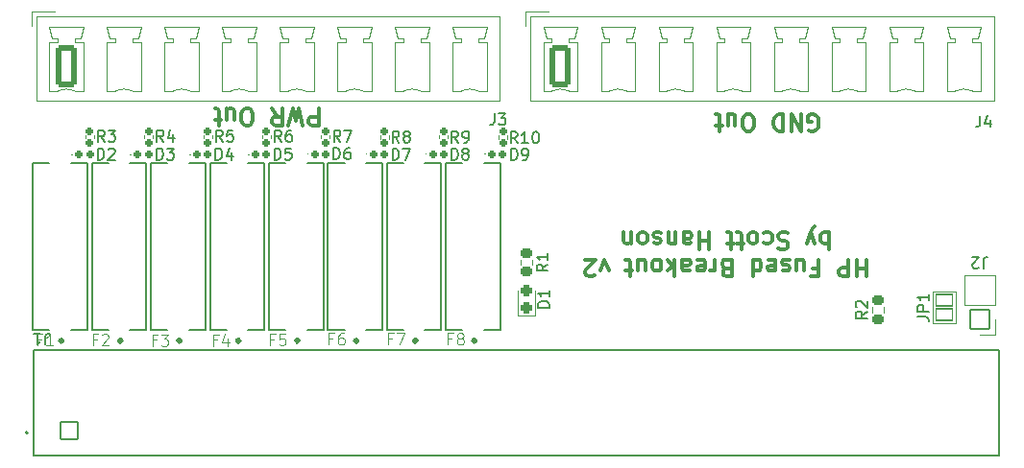
<source format=gbr>
%TF.GenerationSoftware,KiCad,Pcbnew,8.0.0*%
%TF.CreationDate,2024-03-21T07:07:02-04:00*%
%TF.ProjectId,Power_Breakout,506f7765-725f-4427-9265-616b6f75742e,v2*%
%TF.SameCoordinates,Original*%
%TF.FileFunction,Legend,Top*%
%TF.FilePolarity,Positive*%
%FSLAX46Y46*%
G04 Gerber Fmt 4.6, Leading zero omitted, Abs format (unit mm)*
G04 Created by KiCad (PCBNEW 8.0.0) date 2024-03-21 07:07:02*
%MOMM*%
%LPD*%
G01*
G04 APERTURE LIST*
G04 Aperture macros list*
%AMRoundRect*
0 Rectangle with rounded corners*
0 $1 Rounding radius*
0 $2 $3 $4 $5 $6 $7 $8 $9 X,Y pos of 4 corners*
0 Add a 4 corners polygon primitive as box body*
4,1,4,$2,$3,$4,$5,$6,$7,$8,$9,$2,$3,0*
0 Add four circle primitives for the rounded corners*
1,1,$1+$1,$2,$3*
1,1,$1+$1,$4,$5*
1,1,$1+$1,$6,$7*
1,1,$1+$1,$8,$9*
0 Add four rect primitives between the rounded corners*
20,1,$1+$1,$2,$3,$4,$5,0*
20,1,$1+$1,$4,$5,$6,$7,0*
20,1,$1+$1,$6,$7,$8,$9,0*
20,1,$1+$1,$8,$9,$2,$3,0*%
G04 Aperture macros list end*
%ADD10C,0.300000*%
%ADD11C,0.150000*%
%ADD12C,0.100000*%
%ADD13C,0.120000*%
%ADD14C,0.127000*%
%ADD15C,0.200000*%
%ADD16RoundRect,0.225500X0.300500X-0.225500X0.300500X0.225500X-0.300500X0.225500X-0.300500X-0.225500X0*%
%ADD17RoundRect,0.244250X0.281750X-0.244250X0.281750X0.244250X-0.281750X0.244250X-0.281750X-0.244250X0*%
%ADD18RoundRect,0.225500X-0.300500X0.225500X-0.300500X-0.225500X0.300500X-0.225500X0.300500X0.225500X0*%
%ADD19RoundRect,0.051000X-0.765000X-0.765000X0.765000X-0.765000X0.765000X0.765000X-0.765000X0.765000X0*%
%ADD20C,1.632000*%
%ADD21RoundRect,0.173000X-0.173000X-0.198000X0.173000X-0.198000X0.173000X0.198000X-0.173000X0.198000X0*%
%ADD22RoundRect,0.160500X-0.210500X0.160500X-0.210500X-0.160500X0.210500X-0.160500X0.210500X0.160500X0*%
%ADD23RoundRect,0.264167X-0.686833X-1.586833X0.686833X-1.586833X0.686833X1.586833X-0.686833X1.586833X0*%
%ADD24O,1.902000X3.702000*%
%ADD25C,2.577000*%
%ADD26RoundRect,0.051000X0.850000X0.850000X-0.850000X0.850000X-0.850000X-0.850000X0.850000X-0.850000X0*%
%ADD27O,1.802000X1.802000*%
%ADD28RoundRect,0.051000X0.750000X-0.500000X0.750000X0.500000X-0.750000X0.500000X-0.750000X-0.500000X0*%
G04 APERTURE END LIST*
D10*
X190657142Y-142547729D02*
X190657142Y-144047729D01*
X190657142Y-143333443D02*
X189799999Y-143333443D01*
X189799999Y-142547729D02*
X189799999Y-144047729D01*
X189085713Y-142547729D02*
X189085713Y-144047729D01*
X189085713Y-144047729D02*
X188514284Y-144047729D01*
X188514284Y-144047729D02*
X188371427Y-143976300D01*
X188371427Y-143976300D02*
X188299998Y-143904872D01*
X188299998Y-143904872D02*
X188228570Y-143762015D01*
X188228570Y-143762015D02*
X188228570Y-143547729D01*
X188228570Y-143547729D02*
X188299998Y-143404872D01*
X188299998Y-143404872D02*
X188371427Y-143333443D01*
X188371427Y-143333443D02*
X188514284Y-143262015D01*
X188514284Y-143262015D02*
X189085713Y-143262015D01*
X185942856Y-143333443D02*
X186442856Y-143333443D01*
X186442856Y-142547729D02*
X186442856Y-144047729D01*
X186442856Y-144047729D02*
X185728570Y-144047729D01*
X184514285Y-143547729D02*
X184514285Y-142547729D01*
X185157142Y-143547729D02*
X185157142Y-142762015D01*
X185157142Y-142762015D02*
X185085713Y-142619158D01*
X185085713Y-142619158D02*
X184942856Y-142547729D01*
X184942856Y-142547729D02*
X184728570Y-142547729D01*
X184728570Y-142547729D02*
X184585713Y-142619158D01*
X184585713Y-142619158D02*
X184514285Y-142690586D01*
X183871427Y-142619158D02*
X183728570Y-142547729D01*
X183728570Y-142547729D02*
X183442856Y-142547729D01*
X183442856Y-142547729D02*
X183299999Y-142619158D01*
X183299999Y-142619158D02*
X183228570Y-142762015D01*
X183228570Y-142762015D02*
X183228570Y-142833443D01*
X183228570Y-142833443D02*
X183299999Y-142976300D01*
X183299999Y-142976300D02*
X183442856Y-143047729D01*
X183442856Y-143047729D02*
X183657142Y-143047729D01*
X183657142Y-143047729D02*
X183799999Y-143119158D01*
X183799999Y-143119158D02*
X183871427Y-143262015D01*
X183871427Y-143262015D02*
X183871427Y-143333443D01*
X183871427Y-143333443D02*
X183799999Y-143476300D01*
X183799999Y-143476300D02*
X183657142Y-143547729D01*
X183657142Y-143547729D02*
X183442856Y-143547729D01*
X183442856Y-143547729D02*
X183299999Y-143476300D01*
X182014284Y-142619158D02*
X182157141Y-142547729D01*
X182157141Y-142547729D02*
X182442856Y-142547729D01*
X182442856Y-142547729D02*
X182585713Y-142619158D01*
X182585713Y-142619158D02*
X182657141Y-142762015D01*
X182657141Y-142762015D02*
X182657141Y-143333443D01*
X182657141Y-143333443D02*
X182585713Y-143476300D01*
X182585713Y-143476300D02*
X182442856Y-143547729D01*
X182442856Y-143547729D02*
X182157141Y-143547729D01*
X182157141Y-143547729D02*
X182014284Y-143476300D01*
X182014284Y-143476300D02*
X181942856Y-143333443D01*
X181942856Y-143333443D02*
X181942856Y-143190586D01*
X181942856Y-143190586D02*
X182657141Y-143047729D01*
X180657142Y-142547729D02*
X180657142Y-144047729D01*
X180657142Y-142619158D02*
X180799999Y-142547729D01*
X180799999Y-142547729D02*
X181085713Y-142547729D01*
X181085713Y-142547729D02*
X181228570Y-142619158D01*
X181228570Y-142619158D02*
X181299999Y-142690586D01*
X181299999Y-142690586D02*
X181371427Y-142833443D01*
X181371427Y-142833443D02*
X181371427Y-143262015D01*
X181371427Y-143262015D02*
X181299999Y-143404872D01*
X181299999Y-143404872D02*
X181228570Y-143476300D01*
X181228570Y-143476300D02*
X181085713Y-143547729D01*
X181085713Y-143547729D02*
X180799999Y-143547729D01*
X180799999Y-143547729D02*
X180657142Y-143476300D01*
X178299999Y-143333443D02*
X178085713Y-143262015D01*
X178085713Y-143262015D02*
X178014284Y-143190586D01*
X178014284Y-143190586D02*
X177942856Y-143047729D01*
X177942856Y-143047729D02*
X177942856Y-142833443D01*
X177942856Y-142833443D02*
X178014284Y-142690586D01*
X178014284Y-142690586D02*
X178085713Y-142619158D01*
X178085713Y-142619158D02*
X178228570Y-142547729D01*
X178228570Y-142547729D02*
X178799999Y-142547729D01*
X178799999Y-142547729D02*
X178799999Y-144047729D01*
X178799999Y-144047729D02*
X178299999Y-144047729D01*
X178299999Y-144047729D02*
X178157142Y-143976300D01*
X178157142Y-143976300D02*
X178085713Y-143904872D01*
X178085713Y-143904872D02*
X178014284Y-143762015D01*
X178014284Y-143762015D02*
X178014284Y-143619158D01*
X178014284Y-143619158D02*
X178085713Y-143476300D01*
X178085713Y-143476300D02*
X178157142Y-143404872D01*
X178157142Y-143404872D02*
X178299999Y-143333443D01*
X178299999Y-143333443D02*
X178799999Y-143333443D01*
X177299999Y-142547729D02*
X177299999Y-143547729D01*
X177299999Y-143262015D02*
X177228570Y-143404872D01*
X177228570Y-143404872D02*
X177157142Y-143476300D01*
X177157142Y-143476300D02*
X177014284Y-143547729D01*
X177014284Y-143547729D02*
X176871427Y-143547729D01*
X175799999Y-142619158D02*
X175942856Y-142547729D01*
X175942856Y-142547729D02*
X176228571Y-142547729D01*
X176228571Y-142547729D02*
X176371428Y-142619158D01*
X176371428Y-142619158D02*
X176442856Y-142762015D01*
X176442856Y-142762015D02*
X176442856Y-143333443D01*
X176442856Y-143333443D02*
X176371428Y-143476300D01*
X176371428Y-143476300D02*
X176228571Y-143547729D01*
X176228571Y-143547729D02*
X175942856Y-143547729D01*
X175942856Y-143547729D02*
X175799999Y-143476300D01*
X175799999Y-143476300D02*
X175728571Y-143333443D01*
X175728571Y-143333443D02*
X175728571Y-143190586D01*
X175728571Y-143190586D02*
X176442856Y-143047729D01*
X174442857Y-142547729D02*
X174442857Y-143333443D01*
X174442857Y-143333443D02*
X174514285Y-143476300D01*
X174514285Y-143476300D02*
X174657142Y-143547729D01*
X174657142Y-143547729D02*
X174942857Y-143547729D01*
X174942857Y-143547729D02*
X175085714Y-143476300D01*
X174442857Y-142619158D02*
X174585714Y-142547729D01*
X174585714Y-142547729D02*
X174942857Y-142547729D01*
X174942857Y-142547729D02*
X175085714Y-142619158D01*
X175085714Y-142619158D02*
X175157142Y-142762015D01*
X175157142Y-142762015D02*
X175157142Y-142904872D01*
X175157142Y-142904872D02*
X175085714Y-143047729D01*
X175085714Y-143047729D02*
X174942857Y-143119158D01*
X174942857Y-143119158D02*
X174585714Y-143119158D01*
X174585714Y-143119158D02*
X174442857Y-143190586D01*
X173728571Y-142547729D02*
X173728571Y-144047729D01*
X173585714Y-143119158D02*
X173157142Y-142547729D01*
X173157142Y-143547729D02*
X173728571Y-142976300D01*
X172299999Y-142547729D02*
X172442856Y-142619158D01*
X172442856Y-142619158D02*
X172514285Y-142690586D01*
X172514285Y-142690586D02*
X172585713Y-142833443D01*
X172585713Y-142833443D02*
X172585713Y-143262015D01*
X172585713Y-143262015D02*
X172514285Y-143404872D01*
X172514285Y-143404872D02*
X172442856Y-143476300D01*
X172442856Y-143476300D02*
X172299999Y-143547729D01*
X172299999Y-143547729D02*
X172085713Y-143547729D01*
X172085713Y-143547729D02*
X171942856Y-143476300D01*
X171942856Y-143476300D02*
X171871428Y-143404872D01*
X171871428Y-143404872D02*
X171799999Y-143262015D01*
X171799999Y-143262015D02*
X171799999Y-142833443D01*
X171799999Y-142833443D02*
X171871428Y-142690586D01*
X171871428Y-142690586D02*
X171942856Y-142619158D01*
X171942856Y-142619158D02*
X172085713Y-142547729D01*
X172085713Y-142547729D02*
X172299999Y-142547729D01*
X170514285Y-143547729D02*
X170514285Y-142547729D01*
X171157142Y-143547729D02*
X171157142Y-142762015D01*
X171157142Y-142762015D02*
X171085713Y-142619158D01*
X171085713Y-142619158D02*
X170942856Y-142547729D01*
X170942856Y-142547729D02*
X170728570Y-142547729D01*
X170728570Y-142547729D02*
X170585713Y-142619158D01*
X170585713Y-142619158D02*
X170514285Y-142690586D01*
X170014284Y-143547729D02*
X169442856Y-143547729D01*
X169799999Y-144047729D02*
X169799999Y-142762015D01*
X169799999Y-142762015D02*
X169728570Y-142619158D01*
X169728570Y-142619158D02*
X169585713Y-142547729D01*
X169585713Y-142547729D02*
X169442856Y-142547729D01*
X167942856Y-143547729D02*
X167585713Y-142547729D01*
X167585713Y-142547729D02*
X167228570Y-143547729D01*
X166728570Y-143904872D02*
X166657142Y-143976300D01*
X166657142Y-143976300D02*
X166514285Y-144047729D01*
X166514285Y-144047729D02*
X166157142Y-144047729D01*
X166157142Y-144047729D02*
X166014285Y-143976300D01*
X166014285Y-143976300D02*
X165942856Y-143904872D01*
X165942856Y-143904872D02*
X165871427Y-143762015D01*
X165871427Y-143762015D02*
X165871427Y-143619158D01*
X165871427Y-143619158D02*
X165942856Y-143404872D01*
X165942856Y-143404872D02*
X166799999Y-142547729D01*
X166799999Y-142547729D02*
X165871427Y-142547729D01*
X187335714Y-140132813D02*
X187335714Y-141632813D01*
X187335714Y-141061384D02*
X187192857Y-141132813D01*
X187192857Y-141132813D02*
X186907142Y-141132813D01*
X186907142Y-141132813D02*
X186764285Y-141061384D01*
X186764285Y-141061384D02*
X186692857Y-140989956D01*
X186692857Y-140989956D02*
X186621428Y-140847099D01*
X186621428Y-140847099D02*
X186621428Y-140418527D01*
X186621428Y-140418527D02*
X186692857Y-140275670D01*
X186692857Y-140275670D02*
X186764285Y-140204242D01*
X186764285Y-140204242D02*
X186907142Y-140132813D01*
X186907142Y-140132813D02*
X187192857Y-140132813D01*
X187192857Y-140132813D02*
X187335714Y-140204242D01*
X186121428Y-141132813D02*
X185764285Y-140132813D01*
X185407142Y-141132813D02*
X185764285Y-140132813D01*
X185764285Y-140132813D02*
X185907142Y-139775670D01*
X185907142Y-139775670D02*
X185978571Y-139704242D01*
X185978571Y-139704242D02*
X186121428Y-139632813D01*
X183764285Y-140204242D02*
X183550000Y-140132813D01*
X183550000Y-140132813D02*
X183192857Y-140132813D01*
X183192857Y-140132813D02*
X183050000Y-140204242D01*
X183050000Y-140204242D02*
X182978571Y-140275670D01*
X182978571Y-140275670D02*
X182907142Y-140418527D01*
X182907142Y-140418527D02*
X182907142Y-140561384D01*
X182907142Y-140561384D02*
X182978571Y-140704242D01*
X182978571Y-140704242D02*
X183050000Y-140775670D01*
X183050000Y-140775670D02*
X183192857Y-140847099D01*
X183192857Y-140847099D02*
X183478571Y-140918527D01*
X183478571Y-140918527D02*
X183621428Y-140989956D01*
X183621428Y-140989956D02*
X183692857Y-141061384D01*
X183692857Y-141061384D02*
X183764285Y-141204242D01*
X183764285Y-141204242D02*
X183764285Y-141347099D01*
X183764285Y-141347099D02*
X183692857Y-141489956D01*
X183692857Y-141489956D02*
X183621428Y-141561384D01*
X183621428Y-141561384D02*
X183478571Y-141632813D01*
X183478571Y-141632813D02*
X183121428Y-141632813D01*
X183121428Y-141632813D02*
X182907142Y-141561384D01*
X181621429Y-140204242D02*
X181764286Y-140132813D01*
X181764286Y-140132813D02*
X182050000Y-140132813D01*
X182050000Y-140132813D02*
X182192857Y-140204242D01*
X182192857Y-140204242D02*
X182264286Y-140275670D01*
X182264286Y-140275670D02*
X182335714Y-140418527D01*
X182335714Y-140418527D02*
X182335714Y-140847099D01*
X182335714Y-140847099D02*
X182264286Y-140989956D01*
X182264286Y-140989956D02*
X182192857Y-141061384D01*
X182192857Y-141061384D02*
X182050000Y-141132813D01*
X182050000Y-141132813D02*
X181764286Y-141132813D01*
X181764286Y-141132813D02*
X181621429Y-141061384D01*
X180764286Y-140132813D02*
X180907143Y-140204242D01*
X180907143Y-140204242D02*
X180978572Y-140275670D01*
X180978572Y-140275670D02*
X181050000Y-140418527D01*
X181050000Y-140418527D02*
X181050000Y-140847099D01*
X181050000Y-140847099D02*
X180978572Y-140989956D01*
X180978572Y-140989956D02*
X180907143Y-141061384D01*
X180907143Y-141061384D02*
X180764286Y-141132813D01*
X180764286Y-141132813D02*
X180550000Y-141132813D01*
X180550000Y-141132813D02*
X180407143Y-141061384D01*
X180407143Y-141061384D02*
X180335715Y-140989956D01*
X180335715Y-140989956D02*
X180264286Y-140847099D01*
X180264286Y-140847099D02*
X180264286Y-140418527D01*
X180264286Y-140418527D02*
X180335715Y-140275670D01*
X180335715Y-140275670D02*
X180407143Y-140204242D01*
X180407143Y-140204242D02*
X180550000Y-140132813D01*
X180550000Y-140132813D02*
X180764286Y-140132813D01*
X179835714Y-141132813D02*
X179264286Y-141132813D01*
X179621429Y-141632813D02*
X179621429Y-140347099D01*
X179621429Y-140347099D02*
X179550000Y-140204242D01*
X179550000Y-140204242D02*
X179407143Y-140132813D01*
X179407143Y-140132813D02*
X179264286Y-140132813D01*
X178978571Y-141132813D02*
X178407143Y-141132813D01*
X178764286Y-141632813D02*
X178764286Y-140347099D01*
X178764286Y-140347099D02*
X178692857Y-140204242D01*
X178692857Y-140204242D02*
X178550000Y-140132813D01*
X178550000Y-140132813D02*
X178407143Y-140132813D01*
X176764286Y-140132813D02*
X176764286Y-141632813D01*
X176764286Y-140918527D02*
X175907143Y-140918527D01*
X175907143Y-140132813D02*
X175907143Y-141632813D01*
X174550000Y-140132813D02*
X174550000Y-140918527D01*
X174550000Y-140918527D02*
X174621428Y-141061384D01*
X174621428Y-141061384D02*
X174764285Y-141132813D01*
X174764285Y-141132813D02*
X175050000Y-141132813D01*
X175050000Y-141132813D02*
X175192857Y-141061384D01*
X174550000Y-140204242D02*
X174692857Y-140132813D01*
X174692857Y-140132813D02*
X175050000Y-140132813D01*
X175050000Y-140132813D02*
X175192857Y-140204242D01*
X175192857Y-140204242D02*
X175264285Y-140347099D01*
X175264285Y-140347099D02*
X175264285Y-140489956D01*
X175264285Y-140489956D02*
X175192857Y-140632813D01*
X175192857Y-140632813D02*
X175050000Y-140704242D01*
X175050000Y-140704242D02*
X174692857Y-140704242D01*
X174692857Y-140704242D02*
X174550000Y-140775670D01*
X173835714Y-141132813D02*
X173835714Y-140132813D01*
X173835714Y-140989956D02*
X173764285Y-141061384D01*
X173764285Y-141061384D02*
X173621428Y-141132813D01*
X173621428Y-141132813D02*
X173407142Y-141132813D01*
X173407142Y-141132813D02*
X173264285Y-141061384D01*
X173264285Y-141061384D02*
X173192857Y-140918527D01*
X173192857Y-140918527D02*
X173192857Y-140132813D01*
X172549999Y-140204242D02*
X172407142Y-140132813D01*
X172407142Y-140132813D02*
X172121428Y-140132813D01*
X172121428Y-140132813D02*
X171978571Y-140204242D01*
X171978571Y-140204242D02*
X171907142Y-140347099D01*
X171907142Y-140347099D02*
X171907142Y-140418527D01*
X171907142Y-140418527D02*
X171978571Y-140561384D01*
X171978571Y-140561384D02*
X172121428Y-140632813D01*
X172121428Y-140632813D02*
X172335714Y-140632813D01*
X172335714Y-140632813D02*
X172478571Y-140704242D01*
X172478571Y-140704242D02*
X172549999Y-140847099D01*
X172549999Y-140847099D02*
X172549999Y-140918527D01*
X172549999Y-140918527D02*
X172478571Y-141061384D01*
X172478571Y-141061384D02*
X172335714Y-141132813D01*
X172335714Y-141132813D02*
X172121428Y-141132813D01*
X172121428Y-141132813D02*
X171978571Y-141061384D01*
X171049999Y-140132813D02*
X171192856Y-140204242D01*
X171192856Y-140204242D02*
X171264285Y-140275670D01*
X171264285Y-140275670D02*
X171335713Y-140418527D01*
X171335713Y-140418527D02*
X171335713Y-140847099D01*
X171335713Y-140847099D02*
X171264285Y-140989956D01*
X171264285Y-140989956D02*
X171192856Y-141061384D01*
X171192856Y-141061384D02*
X171049999Y-141132813D01*
X171049999Y-141132813D02*
X170835713Y-141132813D01*
X170835713Y-141132813D02*
X170692856Y-141061384D01*
X170692856Y-141061384D02*
X170621428Y-140989956D01*
X170621428Y-140989956D02*
X170549999Y-140847099D01*
X170549999Y-140847099D02*
X170549999Y-140418527D01*
X170549999Y-140418527D02*
X170621428Y-140275670D01*
X170621428Y-140275670D02*
X170692856Y-140204242D01*
X170692856Y-140204242D02*
X170835713Y-140132813D01*
X170835713Y-140132813D02*
X171049999Y-140132813D01*
X169907142Y-141132813D02*
X169907142Y-140132813D01*
X169907142Y-140989956D02*
X169835713Y-141061384D01*
X169835713Y-141061384D02*
X169692856Y-141132813D01*
X169692856Y-141132813D02*
X169478570Y-141132813D01*
X169478570Y-141132813D02*
X169335713Y-141061384D01*
X169335713Y-141061384D02*
X169264285Y-140918527D01*
X169264285Y-140918527D02*
X169264285Y-140132813D01*
D11*
X190724819Y-147135266D02*
X190248628Y-147468599D01*
X190724819Y-147706694D02*
X189724819Y-147706694D01*
X189724819Y-147706694D02*
X189724819Y-147325742D01*
X189724819Y-147325742D02*
X189772438Y-147230504D01*
X189772438Y-147230504D02*
X189820057Y-147182885D01*
X189820057Y-147182885D02*
X189915295Y-147135266D01*
X189915295Y-147135266D02*
X190058152Y-147135266D01*
X190058152Y-147135266D02*
X190153390Y-147182885D01*
X190153390Y-147182885D02*
X190201009Y-147230504D01*
X190201009Y-147230504D02*
X190248628Y-147325742D01*
X190248628Y-147325742D02*
X190248628Y-147706694D01*
X189820057Y-146754313D02*
X189772438Y-146706694D01*
X189772438Y-146706694D02*
X189724819Y-146611456D01*
X189724819Y-146611456D02*
X189724819Y-146373361D01*
X189724819Y-146373361D02*
X189772438Y-146278123D01*
X189772438Y-146278123D02*
X189820057Y-146230504D01*
X189820057Y-146230504D02*
X189915295Y-146182885D01*
X189915295Y-146182885D02*
X190010533Y-146182885D01*
X190010533Y-146182885D02*
X190153390Y-146230504D01*
X190153390Y-146230504D02*
X190724819Y-146801932D01*
X190724819Y-146801932D02*
X190724819Y-146182885D01*
X162704819Y-146788094D02*
X161704819Y-146788094D01*
X161704819Y-146788094D02*
X161704819Y-146549999D01*
X161704819Y-146549999D02*
X161752438Y-146407142D01*
X161752438Y-146407142D02*
X161847676Y-146311904D01*
X161847676Y-146311904D02*
X161942914Y-146264285D01*
X161942914Y-146264285D02*
X162133390Y-146216666D01*
X162133390Y-146216666D02*
X162276247Y-146216666D01*
X162276247Y-146216666D02*
X162466723Y-146264285D01*
X162466723Y-146264285D02*
X162561961Y-146311904D01*
X162561961Y-146311904D02*
X162657200Y-146407142D01*
X162657200Y-146407142D02*
X162704819Y-146549999D01*
X162704819Y-146549999D02*
X162704819Y-146788094D01*
X162704819Y-145264285D02*
X162704819Y-145835713D01*
X162704819Y-145549999D02*
X161704819Y-145549999D01*
X161704819Y-145549999D02*
X161847676Y-145645237D01*
X161847676Y-145645237D02*
X161942914Y-145740475D01*
X161942914Y-145740475D02*
X161990533Y-145835713D01*
X162584819Y-142966666D02*
X162108628Y-143299999D01*
X162584819Y-143538094D02*
X161584819Y-143538094D01*
X161584819Y-143538094D02*
X161584819Y-143157142D01*
X161584819Y-143157142D02*
X161632438Y-143061904D01*
X161632438Y-143061904D02*
X161680057Y-143014285D01*
X161680057Y-143014285D02*
X161775295Y-142966666D01*
X161775295Y-142966666D02*
X161918152Y-142966666D01*
X161918152Y-142966666D02*
X162013390Y-143014285D01*
X162013390Y-143014285D02*
X162061009Y-143061904D01*
X162061009Y-143061904D02*
X162108628Y-143157142D01*
X162108628Y-143157142D02*
X162108628Y-143538094D01*
X162584819Y-142014285D02*
X162584819Y-142585713D01*
X162584819Y-142299999D02*
X161584819Y-142299999D01*
X161584819Y-142299999D02*
X161727676Y-142395237D01*
X161727676Y-142395237D02*
X161822914Y-142490475D01*
X161822914Y-142490475D02*
X161870533Y-142585713D01*
X118283333Y-150063780D02*
X118283333Y-149349495D01*
X118283333Y-149349495D02*
X118330952Y-149206638D01*
X118330952Y-149206638D02*
X118426190Y-149111400D01*
X118426190Y-149111400D02*
X118569047Y-149063780D01*
X118569047Y-149063780D02*
X118664285Y-149063780D01*
X117283333Y-149063780D02*
X117854761Y-149063780D01*
X117569047Y-149063780D02*
X117569047Y-150063780D01*
X117569047Y-150063780D02*
X117664285Y-149920923D01*
X117664285Y-149920923D02*
X117759523Y-149825685D01*
X117759523Y-149825685D02*
X117854761Y-149778066D01*
X128101905Y-133734819D02*
X128101905Y-132734819D01*
X128101905Y-132734819D02*
X128340000Y-132734819D01*
X128340000Y-132734819D02*
X128482857Y-132782438D01*
X128482857Y-132782438D02*
X128578095Y-132877676D01*
X128578095Y-132877676D02*
X128625714Y-132972914D01*
X128625714Y-132972914D02*
X128673333Y-133163390D01*
X128673333Y-133163390D02*
X128673333Y-133306247D01*
X128673333Y-133306247D02*
X128625714Y-133496723D01*
X128625714Y-133496723D02*
X128578095Y-133591961D01*
X128578095Y-133591961D02*
X128482857Y-133687200D01*
X128482857Y-133687200D02*
X128340000Y-133734819D01*
X128340000Y-133734819D02*
X128101905Y-133734819D01*
X129006667Y-132734819D02*
X129625714Y-132734819D01*
X129625714Y-132734819D02*
X129292381Y-133115771D01*
X129292381Y-133115771D02*
X129435238Y-133115771D01*
X129435238Y-133115771D02*
X129530476Y-133163390D01*
X129530476Y-133163390D02*
X129578095Y-133211009D01*
X129578095Y-133211009D02*
X129625714Y-133306247D01*
X129625714Y-133306247D02*
X129625714Y-133544342D01*
X129625714Y-133544342D02*
X129578095Y-133639580D01*
X129578095Y-133639580D02*
X129530476Y-133687200D01*
X129530476Y-133687200D02*
X129435238Y-133734819D01*
X129435238Y-133734819D02*
X129149524Y-133734819D01*
X129149524Y-133734819D02*
X129054286Y-133687200D01*
X129054286Y-133687200D02*
X129006667Y-133639580D01*
X144303333Y-132144819D02*
X143970000Y-131668628D01*
X143731905Y-132144819D02*
X143731905Y-131144819D01*
X143731905Y-131144819D02*
X144112857Y-131144819D01*
X144112857Y-131144819D02*
X144208095Y-131192438D01*
X144208095Y-131192438D02*
X144255714Y-131240057D01*
X144255714Y-131240057D02*
X144303333Y-131335295D01*
X144303333Y-131335295D02*
X144303333Y-131478152D01*
X144303333Y-131478152D02*
X144255714Y-131573390D01*
X144255714Y-131573390D02*
X144208095Y-131621009D01*
X144208095Y-131621009D02*
X144112857Y-131668628D01*
X144112857Y-131668628D02*
X143731905Y-131668628D01*
X144636667Y-131144819D02*
X145303333Y-131144819D01*
X145303333Y-131144819D02*
X144874762Y-132144819D01*
X200666666Y-129854819D02*
X200666666Y-130569104D01*
X200666666Y-130569104D02*
X200619047Y-130711961D01*
X200619047Y-130711961D02*
X200523809Y-130807200D01*
X200523809Y-130807200D02*
X200380952Y-130854819D01*
X200380952Y-130854819D02*
X200285714Y-130854819D01*
X201571428Y-130188152D02*
X201571428Y-130854819D01*
X201333333Y-129807200D02*
X201095238Y-130521485D01*
X201095238Y-130521485D02*
X201714285Y-130521485D01*
D10*
X185607142Y-131150242D02*
X185750000Y-131221671D01*
X185750000Y-131221671D02*
X185964285Y-131221671D01*
X185964285Y-131221671D02*
X186178571Y-131150242D01*
X186178571Y-131150242D02*
X186321428Y-131007385D01*
X186321428Y-131007385D02*
X186392857Y-130864528D01*
X186392857Y-130864528D02*
X186464285Y-130578814D01*
X186464285Y-130578814D02*
X186464285Y-130364528D01*
X186464285Y-130364528D02*
X186392857Y-130078814D01*
X186392857Y-130078814D02*
X186321428Y-129935957D01*
X186321428Y-129935957D02*
X186178571Y-129793100D01*
X186178571Y-129793100D02*
X185964285Y-129721671D01*
X185964285Y-129721671D02*
X185821428Y-129721671D01*
X185821428Y-129721671D02*
X185607142Y-129793100D01*
X185607142Y-129793100D02*
X185535714Y-129864528D01*
X185535714Y-129864528D02*
X185535714Y-130364528D01*
X185535714Y-130364528D02*
X185821428Y-130364528D01*
X184892857Y-129721671D02*
X184892857Y-131221671D01*
X184892857Y-131221671D02*
X184035714Y-129721671D01*
X184035714Y-129721671D02*
X184035714Y-131221671D01*
X183321428Y-129721671D02*
X183321428Y-131221671D01*
X183321428Y-131221671D02*
X182964285Y-131221671D01*
X182964285Y-131221671D02*
X182749999Y-131150242D01*
X182749999Y-131150242D02*
X182607142Y-131007385D01*
X182607142Y-131007385D02*
X182535713Y-130864528D01*
X182535713Y-130864528D02*
X182464285Y-130578814D01*
X182464285Y-130578814D02*
X182464285Y-130364528D01*
X182464285Y-130364528D02*
X182535713Y-130078814D01*
X182535713Y-130078814D02*
X182607142Y-129935957D01*
X182607142Y-129935957D02*
X182749999Y-129793100D01*
X182749999Y-129793100D02*
X182964285Y-129721671D01*
X182964285Y-129721671D02*
X183321428Y-129721671D01*
X180392856Y-131221671D02*
X180107142Y-131221671D01*
X180107142Y-131221671D02*
X179964285Y-131150242D01*
X179964285Y-131150242D02*
X179821428Y-131007385D01*
X179821428Y-131007385D02*
X179749999Y-130721671D01*
X179749999Y-130721671D02*
X179749999Y-130221671D01*
X179749999Y-130221671D02*
X179821428Y-129935957D01*
X179821428Y-129935957D02*
X179964285Y-129793100D01*
X179964285Y-129793100D02*
X180107142Y-129721671D01*
X180107142Y-129721671D02*
X180392856Y-129721671D01*
X180392856Y-129721671D02*
X180535714Y-129793100D01*
X180535714Y-129793100D02*
X180678571Y-129935957D01*
X180678571Y-129935957D02*
X180749999Y-130221671D01*
X180749999Y-130221671D02*
X180749999Y-130721671D01*
X180749999Y-130721671D02*
X180678571Y-131007385D01*
X180678571Y-131007385D02*
X180535714Y-131150242D01*
X180535714Y-131150242D02*
X180392856Y-131221671D01*
X178464285Y-130721671D02*
X178464285Y-129721671D01*
X179107142Y-130721671D02*
X179107142Y-129935957D01*
X179107142Y-129935957D02*
X179035713Y-129793100D01*
X179035713Y-129793100D02*
X178892856Y-129721671D01*
X178892856Y-129721671D02*
X178678570Y-129721671D01*
X178678570Y-129721671D02*
X178535713Y-129793100D01*
X178535713Y-129793100D02*
X178464285Y-129864528D01*
X177964284Y-130721671D02*
X177392856Y-130721671D01*
X177749999Y-131221671D02*
X177749999Y-129935957D01*
X177749999Y-129935957D02*
X177678570Y-129793100D01*
X177678570Y-129793100D02*
X177535713Y-129721671D01*
X177535713Y-129721671D02*
X177392856Y-129721671D01*
D12*
X133416666Y-149650399D02*
X133083333Y-149650399D01*
X133083333Y-150174209D02*
X133083333Y-149174209D01*
X133083333Y-149174209D02*
X133559523Y-149174209D01*
X134369047Y-149507542D02*
X134369047Y-150174209D01*
X134130952Y-149126590D02*
X133892857Y-149840875D01*
X133892857Y-149840875D02*
X134511904Y-149840875D01*
D11*
X122901905Y-133734819D02*
X122901905Y-132734819D01*
X122901905Y-132734819D02*
X123140000Y-132734819D01*
X123140000Y-132734819D02*
X123282857Y-132782438D01*
X123282857Y-132782438D02*
X123378095Y-132877676D01*
X123378095Y-132877676D02*
X123425714Y-132972914D01*
X123425714Y-132972914D02*
X123473333Y-133163390D01*
X123473333Y-133163390D02*
X123473333Y-133306247D01*
X123473333Y-133306247D02*
X123425714Y-133496723D01*
X123425714Y-133496723D02*
X123378095Y-133591961D01*
X123378095Y-133591961D02*
X123282857Y-133687200D01*
X123282857Y-133687200D02*
X123140000Y-133734819D01*
X123140000Y-133734819D02*
X122901905Y-133734819D01*
X123854286Y-132830057D02*
X123901905Y-132782438D01*
X123901905Y-132782438D02*
X123997143Y-132734819D01*
X123997143Y-132734819D02*
X124235238Y-132734819D01*
X124235238Y-132734819D02*
X124330476Y-132782438D01*
X124330476Y-132782438D02*
X124378095Y-132830057D01*
X124378095Y-132830057D02*
X124425714Y-132925295D01*
X124425714Y-132925295D02*
X124425714Y-133020533D01*
X124425714Y-133020533D02*
X124378095Y-133163390D01*
X124378095Y-133163390D02*
X123806667Y-133734819D01*
X123806667Y-133734819D02*
X124425714Y-133734819D01*
X139103333Y-132144819D02*
X138770000Y-131668628D01*
X138531905Y-132144819D02*
X138531905Y-131144819D01*
X138531905Y-131144819D02*
X138912857Y-131144819D01*
X138912857Y-131144819D02*
X139008095Y-131192438D01*
X139008095Y-131192438D02*
X139055714Y-131240057D01*
X139055714Y-131240057D02*
X139103333Y-131335295D01*
X139103333Y-131335295D02*
X139103333Y-131478152D01*
X139103333Y-131478152D02*
X139055714Y-131573390D01*
X139055714Y-131573390D02*
X139008095Y-131621009D01*
X139008095Y-131621009D02*
X138912857Y-131668628D01*
X138912857Y-131668628D02*
X138531905Y-131668628D01*
X139960476Y-131144819D02*
X139770000Y-131144819D01*
X139770000Y-131144819D02*
X139674762Y-131192438D01*
X139674762Y-131192438D02*
X139627143Y-131240057D01*
X139627143Y-131240057D02*
X139531905Y-131382914D01*
X139531905Y-131382914D02*
X139484286Y-131573390D01*
X139484286Y-131573390D02*
X139484286Y-131954342D01*
X139484286Y-131954342D02*
X139531905Y-132049580D01*
X139531905Y-132049580D02*
X139579524Y-132097200D01*
X139579524Y-132097200D02*
X139674762Y-132144819D01*
X139674762Y-132144819D02*
X139865238Y-132144819D01*
X139865238Y-132144819D02*
X139960476Y-132097200D01*
X139960476Y-132097200D02*
X140008095Y-132049580D01*
X140008095Y-132049580D02*
X140055714Y-131954342D01*
X140055714Y-131954342D02*
X140055714Y-131716247D01*
X140055714Y-131716247D02*
X140008095Y-131621009D01*
X140008095Y-131621009D02*
X139960476Y-131573390D01*
X139960476Y-131573390D02*
X139865238Y-131525771D01*
X139865238Y-131525771D02*
X139674762Y-131525771D01*
X139674762Y-131525771D02*
X139579524Y-131573390D01*
X139579524Y-131573390D02*
X139531905Y-131621009D01*
X139531905Y-131621009D02*
X139484286Y-131716247D01*
X133903333Y-132144819D02*
X133570000Y-131668628D01*
X133331905Y-132144819D02*
X133331905Y-131144819D01*
X133331905Y-131144819D02*
X133712857Y-131144819D01*
X133712857Y-131144819D02*
X133808095Y-131192438D01*
X133808095Y-131192438D02*
X133855714Y-131240057D01*
X133855714Y-131240057D02*
X133903333Y-131335295D01*
X133903333Y-131335295D02*
X133903333Y-131478152D01*
X133903333Y-131478152D02*
X133855714Y-131573390D01*
X133855714Y-131573390D02*
X133808095Y-131621009D01*
X133808095Y-131621009D02*
X133712857Y-131668628D01*
X133712857Y-131668628D02*
X133331905Y-131668628D01*
X134808095Y-131144819D02*
X134331905Y-131144819D01*
X134331905Y-131144819D02*
X134284286Y-131621009D01*
X134284286Y-131621009D02*
X134331905Y-131573390D01*
X134331905Y-131573390D02*
X134427143Y-131525771D01*
X134427143Y-131525771D02*
X134665238Y-131525771D01*
X134665238Y-131525771D02*
X134760476Y-131573390D01*
X134760476Y-131573390D02*
X134808095Y-131621009D01*
X134808095Y-131621009D02*
X134855714Y-131716247D01*
X134855714Y-131716247D02*
X134855714Y-131954342D01*
X134855714Y-131954342D02*
X134808095Y-132049580D01*
X134808095Y-132049580D02*
X134760476Y-132097200D01*
X134760476Y-132097200D02*
X134665238Y-132144819D01*
X134665238Y-132144819D02*
X134427143Y-132144819D01*
X134427143Y-132144819D02*
X134331905Y-132097200D01*
X134331905Y-132097200D02*
X134284286Y-132049580D01*
X138469405Y-133734819D02*
X138469405Y-132734819D01*
X138469405Y-132734819D02*
X138707500Y-132734819D01*
X138707500Y-132734819D02*
X138850357Y-132782438D01*
X138850357Y-132782438D02*
X138945595Y-132877676D01*
X138945595Y-132877676D02*
X138993214Y-132972914D01*
X138993214Y-132972914D02*
X139040833Y-133163390D01*
X139040833Y-133163390D02*
X139040833Y-133306247D01*
X139040833Y-133306247D02*
X138993214Y-133496723D01*
X138993214Y-133496723D02*
X138945595Y-133591961D01*
X138945595Y-133591961D02*
X138850357Y-133687200D01*
X138850357Y-133687200D02*
X138707500Y-133734819D01*
X138707500Y-133734819D02*
X138469405Y-133734819D01*
X139945595Y-132734819D02*
X139469405Y-132734819D01*
X139469405Y-132734819D02*
X139421786Y-133211009D01*
X139421786Y-133211009D02*
X139469405Y-133163390D01*
X139469405Y-133163390D02*
X139564643Y-133115771D01*
X139564643Y-133115771D02*
X139802738Y-133115771D01*
X139802738Y-133115771D02*
X139897976Y-133163390D01*
X139897976Y-133163390D02*
X139945595Y-133211009D01*
X139945595Y-133211009D02*
X139993214Y-133306247D01*
X139993214Y-133306247D02*
X139993214Y-133544342D01*
X139993214Y-133544342D02*
X139945595Y-133639580D01*
X139945595Y-133639580D02*
X139897976Y-133687200D01*
X139897976Y-133687200D02*
X139802738Y-133734819D01*
X139802738Y-133734819D02*
X139564643Y-133734819D01*
X139564643Y-133734819D02*
X139469405Y-133687200D01*
X139469405Y-133687200D02*
X139421786Y-133639580D01*
D12*
X122816666Y-149600399D02*
X122483333Y-149600399D01*
X122483333Y-150124209D02*
X122483333Y-149124209D01*
X122483333Y-149124209D02*
X122959523Y-149124209D01*
X123292857Y-149219447D02*
X123340476Y-149171828D01*
X123340476Y-149171828D02*
X123435714Y-149124209D01*
X123435714Y-149124209D02*
X123673809Y-149124209D01*
X123673809Y-149124209D02*
X123769047Y-149171828D01*
X123769047Y-149171828D02*
X123816666Y-149219447D01*
X123816666Y-149219447D02*
X123864285Y-149314685D01*
X123864285Y-149314685D02*
X123864285Y-149409923D01*
X123864285Y-149409923D02*
X123816666Y-149552780D01*
X123816666Y-149552780D02*
X123245238Y-150124209D01*
X123245238Y-150124209D02*
X123864285Y-150124209D01*
D11*
X154091905Y-133754819D02*
X154091905Y-132754819D01*
X154091905Y-132754819D02*
X154330000Y-132754819D01*
X154330000Y-132754819D02*
X154472857Y-132802438D01*
X154472857Y-132802438D02*
X154568095Y-132897676D01*
X154568095Y-132897676D02*
X154615714Y-132992914D01*
X154615714Y-132992914D02*
X154663333Y-133183390D01*
X154663333Y-133183390D02*
X154663333Y-133326247D01*
X154663333Y-133326247D02*
X154615714Y-133516723D01*
X154615714Y-133516723D02*
X154568095Y-133611961D01*
X154568095Y-133611961D02*
X154472857Y-133707200D01*
X154472857Y-133707200D02*
X154330000Y-133754819D01*
X154330000Y-133754819D02*
X154091905Y-133754819D01*
X155234762Y-133183390D02*
X155139524Y-133135771D01*
X155139524Y-133135771D02*
X155091905Y-133088152D01*
X155091905Y-133088152D02*
X155044286Y-132992914D01*
X155044286Y-132992914D02*
X155044286Y-132945295D01*
X155044286Y-132945295D02*
X155091905Y-132850057D01*
X155091905Y-132850057D02*
X155139524Y-132802438D01*
X155139524Y-132802438D02*
X155234762Y-132754819D01*
X155234762Y-132754819D02*
X155425238Y-132754819D01*
X155425238Y-132754819D02*
X155520476Y-132802438D01*
X155520476Y-132802438D02*
X155568095Y-132850057D01*
X155568095Y-132850057D02*
X155615714Y-132945295D01*
X155615714Y-132945295D02*
X155615714Y-132992914D01*
X155615714Y-132992914D02*
X155568095Y-133088152D01*
X155568095Y-133088152D02*
X155520476Y-133135771D01*
X155520476Y-133135771D02*
X155425238Y-133183390D01*
X155425238Y-133183390D02*
X155234762Y-133183390D01*
X155234762Y-133183390D02*
X155139524Y-133231009D01*
X155139524Y-133231009D02*
X155091905Y-133278628D01*
X155091905Y-133278628D02*
X155044286Y-133373866D01*
X155044286Y-133373866D02*
X155044286Y-133564342D01*
X155044286Y-133564342D02*
X155091905Y-133659580D01*
X155091905Y-133659580D02*
X155139524Y-133707200D01*
X155139524Y-133707200D02*
X155234762Y-133754819D01*
X155234762Y-133754819D02*
X155425238Y-133754819D01*
X155425238Y-133754819D02*
X155520476Y-133707200D01*
X155520476Y-133707200D02*
X155568095Y-133659580D01*
X155568095Y-133659580D02*
X155615714Y-133564342D01*
X155615714Y-133564342D02*
X155615714Y-133373866D01*
X155615714Y-133373866D02*
X155568095Y-133278628D01*
X155568095Y-133278628D02*
X155520476Y-133231009D01*
X155520476Y-133231009D02*
X155425238Y-133183390D01*
D12*
X148866666Y-149533609D02*
X148533333Y-149533609D01*
X148533333Y-150057419D02*
X148533333Y-149057419D01*
X148533333Y-149057419D02*
X149009523Y-149057419D01*
X149295238Y-149057419D02*
X149961904Y-149057419D01*
X149961904Y-149057419D02*
X149533333Y-150057419D01*
D11*
X157866666Y-129654819D02*
X157866666Y-130369104D01*
X157866666Y-130369104D02*
X157819047Y-130511961D01*
X157819047Y-130511961D02*
X157723809Y-130607200D01*
X157723809Y-130607200D02*
X157580952Y-130654819D01*
X157580952Y-130654819D02*
X157485714Y-130654819D01*
X158247619Y-129654819D02*
X158866666Y-129654819D01*
X158866666Y-129654819D02*
X158533333Y-130035771D01*
X158533333Y-130035771D02*
X158676190Y-130035771D01*
X158676190Y-130035771D02*
X158771428Y-130083390D01*
X158771428Y-130083390D02*
X158819047Y-130131009D01*
X158819047Y-130131009D02*
X158866666Y-130226247D01*
X158866666Y-130226247D02*
X158866666Y-130464342D01*
X158866666Y-130464342D02*
X158819047Y-130559580D01*
X158819047Y-130559580D02*
X158771428Y-130607200D01*
X158771428Y-130607200D02*
X158676190Y-130654819D01*
X158676190Y-130654819D02*
X158390476Y-130654819D01*
X158390476Y-130654819D02*
X158295238Y-130607200D01*
X158295238Y-130607200D02*
X158247619Y-130559580D01*
D10*
X142364286Y-129221671D02*
X142364286Y-130721671D01*
X142364286Y-130721671D02*
X141792857Y-130721671D01*
X141792857Y-130721671D02*
X141650000Y-130650242D01*
X141650000Y-130650242D02*
X141578571Y-130578814D01*
X141578571Y-130578814D02*
X141507143Y-130435957D01*
X141507143Y-130435957D02*
X141507143Y-130221671D01*
X141507143Y-130221671D02*
X141578571Y-130078814D01*
X141578571Y-130078814D02*
X141650000Y-130007385D01*
X141650000Y-130007385D02*
X141792857Y-129935957D01*
X141792857Y-129935957D02*
X142364286Y-129935957D01*
X141007143Y-130721671D02*
X140650000Y-129221671D01*
X140650000Y-129221671D02*
X140364286Y-130293100D01*
X140364286Y-130293100D02*
X140078571Y-129221671D01*
X140078571Y-129221671D02*
X139721429Y-130721671D01*
X138292857Y-129221671D02*
X138792857Y-129935957D01*
X139150000Y-129221671D02*
X139150000Y-130721671D01*
X139150000Y-130721671D02*
X138578571Y-130721671D01*
X138578571Y-130721671D02*
X138435714Y-130650242D01*
X138435714Y-130650242D02*
X138364285Y-130578814D01*
X138364285Y-130578814D02*
X138292857Y-130435957D01*
X138292857Y-130435957D02*
X138292857Y-130221671D01*
X138292857Y-130221671D02*
X138364285Y-130078814D01*
X138364285Y-130078814D02*
X138435714Y-130007385D01*
X138435714Y-130007385D02*
X138578571Y-129935957D01*
X138578571Y-129935957D02*
X139150000Y-129935957D01*
X136221428Y-130721671D02*
X135935714Y-130721671D01*
X135935714Y-130721671D02*
X135792857Y-130650242D01*
X135792857Y-130650242D02*
X135650000Y-130507385D01*
X135650000Y-130507385D02*
X135578571Y-130221671D01*
X135578571Y-130221671D02*
X135578571Y-129721671D01*
X135578571Y-129721671D02*
X135650000Y-129435957D01*
X135650000Y-129435957D02*
X135792857Y-129293100D01*
X135792857Y-129293100D02*
X135935714Y-129221671D01*
X135935714Y-129221671D02*
X136221428Y-129221671D01*
X136221428Y-129221671D02*
X136364286Y-129293100D01*
X136364286Y-129293100D02*
X136507143Y-129435957D01*
X136507143Y-129435957D02*
X136578571Y-129721671D01*
X136578571Y-129721671D02*
X136578571Y-130221671D01*
X136578571Y-130221671D02*
X136507143Y-130507385D01*
X136507143Y-130507385D02*
X136364286Y-130650242D01*
X136364286Y-130650242D02*
X136221428Y-130721671D01*
X134292857Y-130221671D02*
X134292857Y-129221671D01*
X134935714Y-130221671D02*
X134935714Y-129435957D01*
X134935714Y-129435957D02*
X134864285Y-129293100D01*
X134864285Y-129293100D02*
X134721428Y-129221671D01*
X134721428Y-129221671D02*
X134507142Y-129221671D01*
X134507142Y-129221671D02*
X134364285Y-129293100D01*
X134364285Y-129293100D02*
X134292857Y-129364528D01*
X133792856Y-130221671D02*
X133221428Y-130221671D01*
X133578571Y-130721671D02*
X133578571Y-129435957D01*
X133578571Y-129435957D02*
X133507142Y-129293100D01*
X133507142Y-129293100D02*
X133364285Y-129221671D01*
X133364285Y-129221671D02*
X133221428Y-129221671D01*
D11*
X154673333Y-132214819D02*
X154340000Y-131738628D01*
X154101905Y-132214819D02*
X154101905Y-131214819D01*
X154101905Y-131214819D02*
X154482857Y-131214819D01*
X154482857Y-131214819D02*
X154578095Y-131262438D01*
X154578095Y-131262438D02*
X154625714Y-131310057D01*
X154625714Y-131310057D02*
X154673333Y-131405295D01*
X154673333Y-131405295D02*
X154673333Y-131548152D01*
X154673333Y-131548152D02*
X154625714Y-131643390D01*
X154625714Y-131643390D02*
X154578095Y-131691009D01*
X154578095Y-131691009D02*
X154482857Y-131738628D01*
X154482857Y-131738628D02*
X154101905Y-131738628D01*
X155149524Y-132214819D02*
X155340000Y-132214819D01*
X155340000Y-132214819D02*
X155435238Y-132167200D01*
X155435238Y-132167200D02*
X155482857Y-132119580D01*
X155482857Y-132119580D02*
X155578095Y-131976723D01*
X155578095Y-131976723D02*
X155625714Y-131786247D01*
X155625714Y-131786247D02*
X155625714Y-131405295D01*
X155625714Y-131405295D02*
X155578095Y-131310057D01*
X155578095Y-131310057D02*
X155530476Y-131262438D01*
X155530476Y-131262438D02*
X155435238Y-131214819D01*
X155435238Y-131214819D02*
X155244762Y-131214819D01*
X155244762Y-131214819D02*
X155149524Y-131262438D01*
X155149524Y-131262438D02*
X155101905Y-131310057D01*
X155101905Y-131310057D02*
X155054286Y-131405295D01*
X155054286Y-131405295D02*
X155054286Y-131643390D01*
X155054286Y-131643390D02*
X155101905Y-131738628D01*
X155101905Y-131738628D02*
X155149524Y-131786247D01*
X155149524Y-131786247D02*
X155244762Y-131833866D01*
X155244762Y-131833866D02*
X155435238Y-131833866D01*
X155435238Y-131833866D02*
X155530476Y-131786247D01*
X155530476Y-131786247D02*
X155578095Y-131738628D01*
X155578095Y-131738628D02*
X155625714Y-131643390D01*
D12*
X138416666Y-149583609D02*
X138083333Y-149583609D01*
X138083333Y-150107419D02*
X138083333Y-149107419D01*
X138083333Y-149107419D02*
X138559523Y-149107419D01*
X139416666Y-149107419D02*
X138940476Y-149107419D01*
X138940476Y-149107419D02*
X138892857Y-149583609D01*
X138892857Y-149583609D02*
X138940476Y-149535990D01*
X138940476Y-149535990D02*
X139035714Y-149488371D01*
X139035714Y-149488371D02*
X139273809Y-149488371D01*
X139273809Y-149488371D02*
X139369047Y-149535990D01*
X139369047Y-149535990D02*
X139416666Y-149583609D01*
X139416666Y-149583609D02*
X139464285Y-149678847D01*
X139464285Y-149678847D02*
X139464285Y-149916942D01*
X139464285Y-149916942D02*
X139416666Y-150012180D01*
X139416666Y-150012180D02*
X139369047Y-150059800D01*
X139369047Y-150059800D02*
X139273809Y-150107419D01*
X139273809Y-150107419D02*
X139035714Y-150107419D01*
X139035714Y-150107419D02*
X138940476Y-150059800D01*
X138940476Y-150059800D02*
X138892857Y-150012180D01*
X143616666Y-149533609D02*
X143283333Y-149533609D01*
X143283333Y-150057419D02*
X143283333Y-149057419D01*
X143283333Y-149057419D02*
X143759523Y-149057419D01*
X144569047Y-149057419D02*
X144378571Y-149057419D01*
X144378571Y-149057419D02*
X144283333Y-149105038D01*
X144283333Y-149105038D02*
X144235714Y-149152657D01*
X144235714Y-149152657D02*
X144140476Y-149295514D01*
X144140476Y-149295514D02*
X144092857Y-149485990D01*
X144092857Y-149485990D02*
X144092857Y-149866942D01*
X144092857Y-149866942D02*
X144140476Y-149962180D01*
X144140476Y-149962180D02*
X144188095Y-150009800D01*
X144188095Y-150009800D02*
X144283333Y-150057419D01*
X144283333Y-150057419D02*
X144473809Y-150057419D01*
X144473809Y-150057419D02*
X144569047Y-150009800D01*
X144569047Y-150009800D02*
X144616666Y-149962180D01*
X144616666Y-149962180D02*
X144664285Y-149866942D01*
X144664285Y-149866942D02*
X144664285Y-149628847D01*
X144664285Y-149628847D02*
X144616666Y-149533609D01*
X144616666Y-149533609D02*
X144569047Y-149485990D01*
X144569047Y-149485990D02*
X144473809Y-149438371D01*
X144473809Y-149438371D02*
X144283333Y-149438371D01*
X144283333Y-149438371D02*
X144188095Y-149485990D01*
X144188095Y-149485990D02*
X144140476Y-149533609D01*
X144140476Y-149533609D02*
X144092857Y-149628847D01*
D11*
X143696905Y-133684819D02*
X143696905Y-132684819D01*
X143696905Y-132684819D02*
X143935000Y-132684819D01*
X143935000Y-132684819D02*
X144077857Y-132732438D01*
X144077857Y-132732438D02*
X144173095Y-132827676D01*
X144173095Y-132827676D02*
X144220714Y-132922914D01*
X144220714Y-132922914D02*
X144268333Y-133113390D01*
X144268333Y-133113390D02*
X144268333Y-133256247D01*
X144268333Y-133256247D02*
X144220714Y-133446723D01*
X144220714Y-133446723D02*
X144173095Y-133541961D01*
X144173095Y-133541961D02*
X144077857Y-133637200D01*
X144077857Y-133637200D02*
X143935000Y-133684819D01*
X143935000Y-133684819D02*
X143696905Y-133684819D01*
X145125476Y-132684819D02*
X144935000Y-132684819D01*
X144935000Y-132684819D02*
X144839762Y-132732438D01*
X144839762Y-132732438D02*
X144792143Y-132780057D01*
X144792143Y-132780057D02*
X144696905Y-132922914D01*
X144696905Y-132922914D02*
X144649286Y-133113390D01*
X144649286Y-133113390D02*
X144649286Y-133494342D01*
X144649286Y-133494342D02*
X144696905Y-133589580D01*
X144696905Y-133589580D02*
X144744524Y-133637200D01*
X144744524Y-133637200D02*
X144839762Y-133684819D01*
X144839762Y-133684819D02*
X145030238Y-133684819D01*
X145030238Y-133684819D02*
X145125476Y-133637200D01*
X145125476Y-133637200D02*
X145173095Y-133589580D01*
X145173095Y-133589580D02*
X145220714Y-133494342D01*
X145220714Y-133494342D02*
X145220714Y-133256247D01*
X145220714Y-133256247D02*
X145173095Y-133161009D01*
X145173095Y-133161009D02*
X145125476Y-133113390D01*
X145125476Y-133113390D02*
X145030238Y-133065771D01*
X145030238Y-133065771D02*
X144839762Y-133065771D01*
X144839762Y-133065771D02*
X144744524Y-133113390D01*
X144744524Y-133113390D02*
X144696905Y-133161009D01*
X144696905Y-133161009D02*
X144649286Y-133256247D01*
X128703333Y-132144819D02*
X128370000Y-131668628D01*
X128131905Y-132144819D02*
X128131905Y-131144819D01*
X128131905Y-131144819D02*
X128512857Y-131144819D01*
X128512857Y-131144819D02*
X128608095Y-131192438D01*
X128608095Y-131192438D02*
X128655714Y-131240057D01*
X128655714Y-131240057D02*
X128703333Y-131335295D01*
X128703333Y-131335295D02*
X128703333Y-131478152D01*
X128703333Y-131478152D02*
X128655714Y-131573390D01*
X128655714Y-131573390D02*
X128608095Y-131621009D01*
X128608095Y-131621009D02*
X128512857Y-131668628D01*
X128512857Y-131668628D02*
X128131905Y-131668628D01*
X129560476Y-131478152D02*
X129560476Y-132144819D01*
X129322381Y-131097200D02*
X129084286Y-131811485D01*
X129084286Y-131811485D02*
X129703333Y-131811485D01*
X159341905Y-133754819D02*
X159341905Y-132754819D01*
X159341905Y-132754819D02*
X159580000Y-132754819D01*
X159580000Y-132754819D02*
X159722857Y-132802438D01*
X159722857Y-132802438D02*
X159818095Y-132897676D01*
X159818095Y-132897676D02*
X159865714Y-132992914D01*
X159865714Y-132992914D02*
X159913333Y-133183390D01*
X159913333Y-133183390D02*
X159913333Y-133326247D01*
X159913333Y-133326247D02*
X159865714Y-133516723D01*
X159865714Y-133516723D02*
X159818095Y-133611961D01*
X159818095Y-133611961D02*
X159722857Y-133707200D01*
X159722857Y-133707200D02*
X159580000Y-133754819D01*
X159580000Y-133754819D02*
X159341905Y-133754819D01*
X160389524Y-133754819D02*
X160580000Y-133754819D01*
X160580000Y-133754819D02*
X160675238Y-133707200D01*
X160675238Y-133707200D02*
X160722857Y-133659580D01*
X160722857Y-133659580D02*
X160818095Y-133516723D01*
X160818095Y-133516723D02*
X160865714Y-133326247D01*
X160865714Y-133326247D02*
X160865714Y-132945295D01*
X160865714Y-132945295D02*
X160818095Y-132850057D01*
X160818095Y-132850057D02*
X160770476Y-132802438D01*
X160770476Y-132802438D02*
X160675238Y-132754819D01*
X160675238Y-132754819D02*
X160484762Y-132754819D01*
X160484762Y-132754819D02*
X160389524Y-132802438D01*
X160389524Y-132802438D02*
X160341905Y-132850057D01*
X160341905Y-132850057D02*
X160294286Y-132945295D01*
X160294286Y-132945295D02*
X160294286Y-133183390D01*
X160294286Y-133183390D02*
X160341905Y-133278628D01*
X160341905Y-133278628D02*
X160389524Y-133326247D01*
X160389524Y-133326247D02*
X160484762Y-133373866D01*
X160484762Y-133373866D02*
X160675238Y-133373866D01*
X160675238Y-133373866D02*
X160770476Y-133326247D01*
X160770476Y-133326247D02*
X160818095Y-133278628D01*
X160818095Y-133278628D02*
X160865714Y-133183390D01*
D12*
X117916666Y-149600399D02*
X117583333Y-149600399D01*
X117583333Y-150124209D02*
X117583333Y-149124209D01*
X117583333Y-149124209D02*
X118059523Y-149124209D01*
X118964285Y-150124209D02*
X118392857Y-150124209D01*
X118678571Y-150124209D02*
X118678571Y-149124209D01*
X118678571Y-149124209D02*
X118583333Y-149267066D01*
X118583333Y-149267066D02*
X118488095Y-149362304D01*
X118488095Y-149362304D02*
X118392857Y-149409923D01*
D11*
X149473333Y-132214819D02*
X149140000Y-131738628D01*
X148901905Y-132214819D02*
X148901905Y-131214819D01*
X148901905Y-131214819D02*
X149282857Y-131214819D01*
X149282857Y-131214819D02*
X149378095Y-131262438D01*
X149378095Y-131262438D02*
X149425714Y-131310057D01*
X149425714Y-131310057D02*
X149473333Y-131405295D01*
X149473333Y-131405295D02*
X149473333Y-131548152D01*
X149473333Y-131548152D02*
X149425714Y-131643390D01*
X149425714Y-131643390D02*
X149378095Y-131691009D01*
X149378095Y-131691009D02*
X149282857Y-131738628D01*
X149282857Y-131738628D02*
X148901905Y-131738628D01*
X150044762Y-131643390D02*
X149949524Y-131595771D01*
X149949524Y-131595771D02*
X149901905Y-131548152D01*
X149901905Y-131548152D02*
X149854286Y-131452914D01*
X149854286Y-131452914D02*
X149854286Y-131405295D01*
X149854286Y-131405295D02*
X149901905Y-131310057D01*
X149901905Y-131310057D02*
X149949524Y-131262438D01*
X149949524Y-131262438D02*
X150044762Y-131214819D01*
X150044762Y-131214819D02*
X150235238Y-131214819D01*
X150235238Y-131214819D02*
X150330476Y-131262438D01*
X150330476Y-131262438D02*
X150378095Y-131310057D01*
X150378095Y-131310057D02*
X150425714Y-131405295D01*
X150425714Y-131405295D02*
X150425714Y-131452914D01*
X150425714Y-131452914D02*
X150378095Y-131548152D01*
X150378095Y-131548152D02*
X150330476Y-131595771D01*
X150330476Y-131595771D02*
X150235238Y-131643390D01*
X150235238Y-131643390D02*
X150044762Y-131643390D01*
X150044762Y-131643390D02*
X149949524Y-131691009D01*
X149949524Y-131691009D02*
X149901905Y-131738628D01*
X149901905Y-131738628D02*
X149854286Y-131833866D01*
X149854286Y-131833866D02*
X149854286Y-132024342D01*
X149854286Y-132024342D02*
X149901905Y-132119580D01*
X149901905Y-132119580D02*
X149949524Y-132167200D01*
X149949524Y-132167200D02*
X150044762Y-132214819D01*
X150044762Y-132214819D02*
X150235238Y-132214819D01*
X150235238Y-132214819D02*
X150330476Y-132167200D01*
X150330476Y-132167200D02*
X150378095Y-132119580D01*
X150378095Y-132119580D02*
X150425714Y-132024342D01*
X150425714Y-132024342D02*
X150425714Y-131833866D01*
X150425714Y-131833866D02*
X150378095Y-131738628D01*
X150378095Y-131738628D02*
X150330476Y-131691009D01*
X150330476Y-131691009D02*
X150235238Y-131643390D01*
D12*
X154116666Y-149533609D02*
X153783333Y-149533609D01*
X153783333Y-150057419D02*
X153783333Y-149057419D01*
X153783333Y-149057419D02*
X154259523Y-149057419D01*
X154783333Y-149485990D02*
X154688095Y-149438371D01*
X154688095Y-149438371D02*
X154640476Y-149390752D01*
X154640476Y-149390752D02*
X154592857Y-149295514D01*
X154592857Y-149295514D02*
X154592857Y-149247895D01*
X154592857Y-149247895D02*
X154640476Y-149152657D01*
X154640476Y-149152657D02*
X154688095Y-149105038D01*
X154688095Y-149105038D02*
X154783333Y-149057419D01*
X154783333Y-149057419D02*
X154973809Y-149057419D01*
X154973809Y-149057419D02*
X155069047Y-149105038D01*
X155069047Y-149105038D02*
X155116666Y-149152657D01*
X155116666Y-149152657D02*
X155164285Y-149247895D01*
X155164285Y-149247895D02*
X155164285Y-149295514D01*
X155164285Y-149295514D02*
X155116666Y-149390752D01*
X155116666Y-149390752D02*
X155069047Y-149438371D01*
X155069047Y-149438371D02*
X154973809Y-149485990D01*
X154973809Y-149485990D02*
X154783333Y-149485990D01*
X154783333Y-149485990D02*
X154688095Y-149533609D01*
X154688095Y-149533609D02*
X154640476Y-149581228D01*
X154640476Y-149581228D02*
X154592857Y-149676466D01*
X154592857Y-149676466D02*
X154592857Y-149866942D01*
X154592857Y-149866942D02*
X154640476Y-149962180D01*
X154640476Y-149962180D02*
X154688095Y-150009800D01*
X154688095Y-150009800D02*
X154783333Y-150057419D01*
X154783333Y-150057419D02*
X154973809Y-150057419D01*
X154973809Y-150057419D02*
X155069047Y-150009800D01*
X155069047Y-150009800D02*
X155116666Y-149962180D01*
X155116666Y-149962180D02*
X155164285Y-149866942D01*
X155164285Y-149866942D02*
X155164285Y-149676466D01*
X155164285Y-149676466D02*
X155116666Y-149581228D01*
X155116666Y-149581228D02*
X155069047Y-149533609D01*
X155069047Y-149533609D02*
X154973809Y-149485990D01*
D11*
X133301905Y-133734819D02*
X133301905Y-132734819D01*
X133301905Y-132734819D02*
X133540000Y-132734819D01*
X133540000Y-132734819D02*
X133682857Y-132782438D01*
X133682857Y-132782438D02*
X133778095Y-132877676D01*
X133778095Y-132877676D02*
X133825714Y-132972914D01*
X133825714Y-132972914D02*
X133873333Y-133163390D01*
X133873333Y-133163390D02*
X133873333Y-133306247D01*
X133873333Y-133306247D02*
X133825714Y-133496723D01*
X133825714Y-133496723D02*
X133778095Y-133591961D01*
X133778095Y-133591961D02*
X133682857Y-133687200D01*
X133682857Y-133687200D02*
X133540000Y-133734819D01*
X133540000Y-133734819D02*
X133301905Y-133734819D01*
X134730476Y-133068152D02*
X134730476Y-133734819D01*
X134492381Y-132687200D02*
X134254286Y-133401485D01*
X134254286Y-133401485D02*
X134873333Y-133401485D01*
X200983333Y-143313780D02*
X200983333Y-142599495D01*
X200983333Y-142599495D02*
X201030952Y-142456638D01*
X201030952Y-142456638D02*
X201126190Y-142361400D01*
X201126190Y-142361400D02*
X201269047Y-142313780D01*
X201269047Y-142313780D02*
X201364285Y-142313780D01*
X200554761Y-143218542D02*
X200507142Y-143266161D01*
X200507142Y-143266161D02*
X200411904Y-143313780D01*
X200411904Y-143313780D02*
X200173809Y-143313780D01*
X200173809Y-143313780D02*
X200078571Y-143266161D01*
X200078571Y-143266161D02*
X200030952Y-143218542D01*
X200030952Y-143218542D02*
X199983333Y-143123304D01*
X199983333Y-143123304D02*
X199983333Y-143028066D01*
X199983333Y-143028066D02*
X200030952Y-142885209D01*
X200030952Y-142885209D02*
X200602380Y-142313780D01*
X200602380Y-142313780D02*
X199983333Y-142313780D01*
X159897142Y-132264819D02*
X159563809Y-131788628D01*
X159325714Y-132264819D02*
X159325714Y-131264819D01*
X159325714Y-131264819D02*
X159706666Y-131264819D01*
X159706666Y-131264819D02*
X159801904Y-131312438D01*
X159801904Y-131312438D02*
X159849523Y-131360057D01*
X159849523Y-131360057D02*
X159897142Y-131455295D01*
X159897142Y-131455295D02*
X159897142Y-131598152D01*
X159897142Y-131598152D02*
X159849523Y-131693390D01*
X159849523Y-131693390D02*
X159801904Y-131741009D01*
X159801904Y-131741009D02*
X159706666Y-131788628D01*
X159706666Y-131788628D02*
X159325714Y-131788628D01*
X160849523Y-132264819D02*
X160278095Y-132264819D01*
X160563809Y-132264819D02*
X160563809Y-131264819D01*
X160563809Y-131264819D02*
X160468571Y-131407676D01*
X160468571Y-131407676D02*
X160373333Y-131502914D01*
X160373333Y-131502914D02*
X160278095Y-131550533D01*
X161468571Y-131264819D02*
X161563809Y-131264819D01*
X161563809Y-131264819D02*
X161659047Y-131312438D01*
X161659047Y-131312438D02*
X161706666Y-131360057D01*
X161706666Y-131360057D02*
X161754285Y-131455295D01*
X161754285Y-131455295D02*
X161801904Y-131645771D01*
X161801904Y-131645771D02*
X161801904Y-131883866D01*
X161801904Y-131883866D02*
X161754285Y-132074342D01*
X161754285Y-132074342D02*
X161706666Y-132169580D01*
X161706666Y-132169580D02*
X161659047Y-132217200D01*
X161659047Y-132217200D02*
X161563809Y-132264819D01*
X161563809Y-132264819D02*
X161468571Y-132264819D01*
X161468571Y-132264819D02*
X161373333Y-132217200D01*
X161373333Y-132217200D02*
X161325714Y-132169580D01*
X161325714Y-132169580D02*
X161278095Y-132074342D01*
X161278095Y-132074342D02*
X161230476Y-131883866D01*
X161230476Y-131883866D02*
X161230476Y-131645771D01*
X161230476Y-131645771D02*
X161278095Y-131455295D01*
X161278095Y-131455295D02*
X161325714Y-131360057D01*
X161325714Y-131360057D02*
X161373333Y-131312438D01*
X161373333Y-131312438D02*
X161468571Y-131264819D01*
D12*
X128066666Y-149650399D02*
X127733333Y-149650399D01*
X127733333Y-150174209D02*
X127733333Y-149174209D01*
X127733333Y-149174209D02*
X128209523Y-149174209D01*
X128495238Y-149174209D02*
X129114285Y-149174209D01*
X129114285Y-149174209D02*
X128780952Y-149555161D01*
X128780952Y-149555161D02*
X128923809Y-149555161D01*
X128923809Y-149555161D02*
X129019047Y-149602780D01*
X129019047Y-149602780D02*
X129066666Y-149650399D01*
X129066666Y-149650399D02*
X129114285Y-149745637D01*
X129114285Y-149745637D02*
X129114285Y-149983732D01*
X129114285Y-149983732D02*
X129066666Y-150078970D01*
X129066666Y-150078970D02*
X129019047Y-150126590D01*
X129019047Y-150126590D02*
X128923809Y-150174209D01*
X128923809Y-150174209D02*
X128638095Y-150174209D01*
X128638095Y-150174209D02*
X128542857Y-150126590D01*
X128542857Y-150126590D02*
X128495238Y-150078970D01*
D11*
X195154819Y-147601933D02*
X195869104Y-147601933D01*
X195869104Y-147601933D02*
X196011961Y-147649552D01*
X196011961Y-147649552D02*
X196107200Y-147744790D01*
X196107200Y-147744790D02*
X196154819Y-147887647D01*
X196154819Y-147887647D02*
X196154819Y-147982885D01*
X196154819Y-147125742D02*
X195154819Y-147125742D01*
X195154819Y-147125742D02*
X195154819Y-146744790D01*
X195154819Y-146744790D02*
X195202438Y-146649552D01*
X195202438Y-146649552D02*
X195250057Y-146601933D01*
X195250057Y-146601933D02*
X195345295Y-146554314D01*
X195345295Y-146554314D02*
X195488152Y-146554314D01*
X195488152Y-146554314D02*
X195583390Y-146601933D01*
X195583390Y-146601933D02*
X195631009Y-146649552D01*
X195631009Y-146649552D02*
X195678628Y-146744790D01*
X195678628Y-146744790D02*
X195678628Y-147125742D01*
X196154819Y-145601933D02*
X196154819Y-146173361D01*
X196154819Y-145887647D02*
X195154819Y-145887647D01*
X195154819Y-145887647D02*
X195297676Y-145982885D01*
X195297676Y-145982885D02*
X195392914Y-146078123D01*
X195392914Y-146078123D02*
X195440533Y-146173361D01*
X123503333Y-132144819D02*
X123170000Y-131668628D01*
X122931905Y-132144819D02*
X122931905Y-131144819D01*
X122931905Y-131144819D02*
X123312857Y-131144819D01*
X123312857Y-131144819D02*
X123408095Y-131192438D01*
X123408095Y-131192438D02*
X123455714Y-131240057D01*
X123455714Y-131240057D02*
X123503333Y-131335295D01*
X123503333Y-131335295D02*
X123503333Y-131478152D01*
X123503333Y-131478152D02*
X123455714Y-131573390D01*
X123455714Y-131573390D02*
X123408095Y-131621009D01*
X123408095Y-131621009D02*
X123312857Y-131668628D01*
X123312857Y-131668628D02*
X122931905Y-131668628D01*
X123836667Y-131144819D02*
X124455714Y-131144819D01*
X124455714Y-131144819D02*
X124122381Y-131525771D01*
X124122381Y-131525771D02*
X124265238Y-131525771D01*
X124265238Y-131525771D02*
X124360476Y-131573390D01*
X124360476Y-131573390D02*
X124408095Y-131621009D01*
X124408095Y-131621009D02*
X124455714Y-131716247D01*
X124455714Y-131716247D02*
X124455714Y-131954342D01*
X124455714Y-131954342D02*
X124408095Y-132049580D01*
X124408095Y-132049580D02*
X124360476Y-132097200D01*
X124360476Y-132097200D02*
X124265238Y-132144819D01*
X124265238Y-132144819D02*
X123979524Y-132144819D01*
X123979524Y-132144819D02*
X123884286Y-132097200D01*
X123884286Y-132097200D02*
X123836667Y-132049580D01*
X148891905Y-133754819D02*
X148891905Y-132754819D01*
X148891905Y-132754819D02*
X149130000Y-132754819D01*
X149130000Y-132754819D02*
X149272857Y-132802438D01*
X149272857Y-132802438D02*
X149368095Y-132897676D01*
X149368095Y-132897676D02*
X149415714Y-132992914D01*
X149415714Y-132992914D02*
X149463333Y-133183390D01*
X149463333Y-133183390D02*
X149463333Y-133326247D01*
X149463333Y-133326247D02*
X149415714Y-133516723D01*
X149415714Y-133516723D02*
X149368095Y-133611961D01*
X149368095Y-133611961D02*
X149272857Y-133707200D01*
X149272857Y-133707200D02*
X149130000Y-133754819D01*
X149130000Y-133754819D02*
X148891905Y-133754819D01*
X149796667Y-132754819D02*
X150463333Y-132754819D01*
X150463333Y-132754819D02*
X150034762Y-133754819D01*
D13*
%TO.C,R2*%
X191177500Y-147205858D02*
X191177500Y-146731342D01*
X192222500Y-147205858D02*
X192222500Y-146731342D01*
%TO.C,D1*%
X159965000Y-145250000D02*
X159965000Y-147535000D01*
X159965000Y-147535000D02*
X161435000Y-147535000D01*
X161435000Y-147535000D02*
X161435000Y-145250000D01*
%TO.C,R1*%
X160177500Y-142562742D02*
X160177500Y-143037258D01*
X161222500Y-142562742D02*
X161222500Y-143037258D01*
D14*
%TO.C,J1*%
X117221000Y-150545000D02*
X117221000Y-159895000D01*
X117221000Y-150545000D02*
X202311000Y-150545000D01*
D11*
X202311000Y-150545000D02*
X202311000Y-159895000D01*
D14*
X202311000Y-152195000D02*
X202311000Y-158245000D01*
X202311000Y-159895000D02*
X117221000Y-159895000D01*
D15*
X116746000Y-157850000D02*
G75*
G02*
X116546000Y-157850000I-100000J0D01*
G01*
X116546000Y-157850000D02*
G75*
G02*
X116746000Y-157850000I100000J0D01*
G01*
D12*
%TO.C,D3*%
X125890000Y-133300000D02*
G75*
G02*
X125790000Y-133300000I-50000J0D01*
G01*
X125790000Y-133300000D02*
G75*
G02*
X125890000Y-133300000I50000J0D01*
G01*
D13*
%TO.C,R7*%
X142610000Y-131556359D02*
X142610000Y-131863641D01*
X143370000Y-131556359D02*
X143370000Y-131863641D01*
%TO.C,J4*%
X160647500Y-120650000D02*
X162647500Y-120650000D01*
X160647500Y-121900000D02*
X160647500Y-120650000D01*
X161037500Y-121040000D02*
X161037500Y-128510000D01*
X161037500Y-128510000D02*
X201897500Y-128510000D01*
X162187500Y-122000000D02*
X165187500Y-122000000D01*
X162187500Y-123350000D02*
X162937500Y-123350000D01*
X162187500Y-127650000D02*
X162187500Y-123350000D01*
X162437500Y-123000000D02*
X162187500Y-122000000D01*
X162937500Y-123000000D02*
X162437500Y-123000000D01*
X162937500Y-123350000D02*
X162937500Y-123000000D01*
X162937500Y-127650000D02*
X162187500Y-127650000D01*
X164437500Y-123000000D02*
X164437500Y-123350000D01*
X164437500Y-123350000D02*
X165187500Y-123350000D01*
X164937500Y-123000000D02*
X164437500Y-123000000D01*
X165187500Y-122000000D02*
X164937500Y-123000000D01*
X165187500Y-123350000D02*
X165187500Y-127650000D01*
X165187500Y-127650000D02*
X164437500Y-127650000D01*
X167267500Y-122000000D02*
X170267500Y-122000000D01*
X167267500Y-123350000D02*
X168017500Y-123350000D01*
X167267500Y-127650000D02*
X167267500Y-123350000D01*
X167517500Y-123000000D02*
X167267500Y-122000000D01*
X168017500Y-123000000D02*
X167517500Y-123000000D01*
X168017500Y-123350000D02*
X168017500Y-123000000D01*
X168017500Y-127650000D02*
X167267500Y-127650000D01*
X169517500Y-123000000D02*
X169517500Y-123350000D01*
X169517500Y-123350000D02*
X170267500Y-123350000D01*
X170017500Y-123000000D02*
X169517500Y-123000000D01*
X170267500Y-122000000D02*
X170017500Y-123000000D01*
X170267500Y-123350000D02*
X170267500Y-127650000D01*
X170267500Y-127650000D02*
X169517500Y-127650000D01*
X172347500Y-122000000D02*
X175347500Y-122000000D01*
X172347500Y-123350000D02*
X173097500Y-123350000D01*
X172347500Y-127650000D02*
X172347500Y-123350000D01*
X172597500Y-123000000D02*
X172347500Y-122000000D01*
X173097500Y-123000000D02*
X172597500Y-123000000D01*
X173097500Y-123350000D02*
X173097500Y-123000000D01*
X173097500Y-127650000D02*
X172347500Y-127650000D01*
X174597500Y-123000000D02*
X174597500Y-123350000D01*
X174597500Y-123350000D02*
X175347500Y-123350000D01*
X175097500Y-123000000D02*
X174597500Y-123000000D01*
X175347500Y-122000000D02*
X175097500Y-123000000D01*
X175347500Y-123350000D02*
X175347500Y-127650000D01*
X175347500Y-127650000D02*
X174597500Y-127650000D01*
X177427500Y-122000000D02*
X180427500Y-122000000D01*
X177427500Y-123350000D02*
X178177500Y-123350000D01*
X177427500Y-127650000D02*
X177427500Y-123350000D01*
X177677500Y-123000000D02*
X177427500Y-122000000D01*
X178177500Y-123000000D02*
X177677500Y-123000000D01*
X178177500Y-123350000D02*
X178177500Y-123000000D01*
X178177500Y-127650000D02*
X177427500Y-127650000D01*
X179677500Y-123000000D02*
X179677500Y-123350000D01*
X179677500Y-123350000D02*
X180427500Y-123350000D01*
X180177500Y-123000000D02*
X179677500Y-123000000D01*
X180427500Y-122000000D02*
X180177500Y-123000000D01*
X180427500Y-123350000D02*
X180427500Y-127650000D01*
X180427500Y-127650000D02*
X179677500Y-127650000D01*
X182507500Y-122000000D02*
X185507500Y-122000000D01*
X182507500Y-123350000D02*
X183257500Y-123350000D01*
X182507500Y-127650000D02*
X182507500Y-123350000D01*
X182757500Y-123000000D02*
X182507500Y-122000000D01*
X183257500Y-123000000D02*
X182757500Y-123000000D01*
X183257500Y-123350000D02*
X183257500Y-123000000D01*
X183257500Y-127650000D02*
X182507500Y-127650000D01*
X184757500Y-123000000D02*
X184757500Y-123350000D01*
X184757500Y-123350000D02*
X185507500Y-123350000D01*
X185257500Y-123000000D02*
X184757500Y-123000000D01*
X185507500Y-122000000D02*
X185257500Y-123000000D01*
X185507500Y-123350000D02*
X185507500Y-127650000D01*
X185507500Y-127650000D02*
X184757500Y-127650000D01*
X187587500Y-122000000D02*
X190587500Y-122000000D01*
X187587500Y-123350000D02*
X188337500Y-123350000D01*
X187587500Y-127650000D02*
X187587500Y-123350000D01*
X187837500Y-123000000D02*
X187587500Y-122000000D01*
X188337500Y-123000000D02*
X187837500Y-123000000D01*
X188337500Y-123350000D02*
X188337500Y-123000000D01*
X188337500Y-127650000D02*
X187587500Y-127650000D01*
X189837500Y-123000000D02*
X189837500Y-123350000D01*
X189837500Y-123350000D02*
X190587500Y-123350000D01*
X190337500Y-123000000D02*
X189837500Y-123000000D01*
X190587500Y-122000000D02*
X190337500Y-123000000D01*
X190587500Y-123350000D02*
X190587500Y-127650000D01*
X190587500Y-127650000D02*
X189837500Y-127650000D01*
X192667500Y-122000000D02*
X195667500Y-122000000D01*
X192667500Y-123350000D02*
X193417500Y-123350000D01*
X192667500Y-127650000D02*
X192667500Y-123350000D01*
X192917500Y-123000000D02*
X192667500Y-122000000D01*
X193417500Y-123000000D02*
X192917500Y-123000000D01*
X193417500Y-123350000D02*
X193417500Y-123000000D01*
X193417500Y-127650000D02*
X192667500Y-127650000D01*
X194917500Y-123000000D02*
X194917500Y-123350000D01*
X194917500Y-123350000D02*
X195667500Y-123350000D01*
X195417500Y-123000000D02*
X194917500Y-123000000D01*
X195667500Y-122000000D02*
X195417500Y-123000000D01*
X195667500Y-123350000D02*
X195667500Y-127650000D01*
X195667500Y-127650000D02*
X194917500Y-127650000D01*
X197747500Y-122000000D02*
X200747500Y-122000000D01*
X197747500Y-123350000D02*
X198497500Y-123350000D01*
X197747500Y-127650000D02*
X197747500Y-123350000D01*
X197997500Y-123000000D02*
X197747500Y-122000000D01*
X198497500Y-123000000D02*
X197997500Y-123000000D01*
X198497500Y-123350000D02*
X198497500Y-123000000D01*
X198497500Y-127650000D02*
X197747500Y-127650000D01*
X199997500Y-123000000D02*
X199997500Y-123350000D01*
X199997500Y-123350000D02*
X200747500Y-123350000D01*
X200497500Y-123000000D02*
X199997500Y-123000000D01*
X200747500Y-122000000D02*
X200497500Y-123000000D01*
X200747500Y-123350000D02*
X200747500Y-127650000D01*
X200747500Y-127650000D02*
X199997500Y-127650000D01*
X201897500Y-121040000D02*
X161037500Y-121040000D01*
X201897500Y-128510000D02*
X201897500Y-121040000D01*
X162937500Y-127650000D02*
G75*
G02*
X164437147Y-127649845I750000J-1700000D01*
G01*
X168017500Y-127650000D02*
G75*
G02*
X169517147Y-127649845I750000J-1700000D01*
G01*
X173097500Y-127650000D02*
G75*
G02*
X174597147Y-127649845I750000J-1700000D01*
G01*
X178177500Y-127650000D02*
G75*
G02*
X179677147Y-127649845I750000J-1700000D01*
G01*
X183257500Y-127650000D02*
G75*
G02*
X184757147Y-127649845I750000J-1700000D01*
G01*
X188337500Y-127650000D02*
G75*
G02*
X189837147Y-127649845I750000J-1700000D01*
G01*
X193417500Y-127650000D02*
G75*
G02*
X194917147Y-127649845I750000J-1700000D01*
G01*
X198497500Y-127650000D02*
G75*
G02*
X199997147Y-127649845I750000J-1700000D01*
G01*
D14*
%TO.C,F4*%
X132800000Y-134066790D02*
X134250000Y-134066790D01*
X132800000Y-148766790D02*
X132800000Y-134066790D01*
X132800000Y-148766790D02*
X134250000Y-148766790D01*
X136150000Y-134066790D02*
X137600000Y-134066790D01*
X136150000Y-148766790D02*
X137600000Y-148766790D01*
X137600000Y-134066790D02*
X137600000Y-148766790D01*
D10*
X135441420Y-149716790D02*
G75*
G02*
X135158580Y-149716790I-141420J0D01*
G01*
X135158580Y-149716790D02*
G75*
G02*
X135441420Y-149716790I141420J0D01*
G01*
D12*
%TO.C,D2*%
X120690000Y-133300000D02*
G75*
G02*
X120590000Y-133300000I-50000J0D01*
G01*
X120590000Y-133300000D02*
G75*
G02*
X120690000Y-133300000I50000J0D01*
G01*
D13*
%TO.C,R6*%
X137410000Y-131556359D02*
X137410000Y-131863641D01*
X138170000Y-131556359D02*
X138170000Y-131863641D01*
%TO.C,R5*%
X132210000Y-131556359D02*
X132210000Y-131863641D01*
X132970000Y-131556359D02*
X132970000Y-131863641D01*
D12*
%TO.C,D5*%
X136257500Y-133300000D02*
G75*
G02*
X136157500Y-133300000I-50000J0D01*
G01*
X136157500Y-133300000D02*
G75*
G02*
X136257500Y-133300000I50000J0D01*
G01*
D14*
%TO.C,F2*%
X122400000Y-134066790D02*
X123850000Y-134066790D01*
X122400000Y-148766790D02*
X122400000Y-134066790D01*
X122400000Y-148766790D02*
X123850000Y-148766790D01*
X125750000Y-134066790D02*
X127200000Y-134066790D01*
X125750000Y-148766790D02*
X127200000Y-148766790D01*
X127200000Y-134066790D02*
X127200000Y-148766790D01*
D10*
X125041420Y-149716790D02*
G75*
G02*
X124758580Y-149716790I-141420J0D01*
G01*
X124758580Y-149716790D02*
G75*
G02*
X125041420Y-149716790I141420J0D01*
G01*
D12*
%TO.C,D8*%
X151890000Y-133250000D02*
G75*
G02*
X151790000Y-133250000I-50000J0D01*
G01*
X151790000Y-133250000D02*
G75*
G02*
X151890000Y-133250000I50000J0D01*
G01*
D14*
%TO.C,F7*%
X148400000Y-134066790D02*
X149850000Y-134066790D01*
X148400000Y-148766790D02*
X148400000Y-134066790D01*
X148400000Y-148766790D02*
X149850000Y-148766790D01*
X151750000Y-134066790D02*
X153200000Y-134066790D01*
X151750000Y-148766790D02*
X153200000Y-148766790D01*
X153200000Y-134066790D02*
X153200000Y-148766790D01*
D10*
X151041420Y-149716790D02*
G75*
G02*
X150758580Y-149716790I-141420J0D01*
G01*
X150758580Y-149716790D02*
G75*
G02*
X151041420Y-149716790I141420J0D01*
G01*
D13*
%TO.C,J3*%
X117110000Y-120650000D02*
X119110000Y-120650000D01*
X117110000Y-121900000D02*
X117110000Y-120650000D01*
X117500000Y-121040000D02*
X117500000Y-128510000D01*
X117500000Y-128510000D02*
X158360000Y-128510000D01*
X118650000Y-122000000D02*
X121650000Y-122000000D01*
X118650000Y-123350000D02*
X119400000Y-123350000D01*
X118650000Y-127650000D02*
X118650000Y-123350000D01*
X118900000Y-123000000D02*
X118650000Y-122000000D01*
X119400000Y-123000000D02*
X118900000Y-123000000D01*
X119400000Y-123350000D02*
X119400000Y-123000000D01*
X119400000Y-127650000D02*
X118650000Y-127650000D01*
X120900000Y-123000000D02*
X120900000Y-123350000D01*
X120900000Y-123350000D02*
X121650000Y-123350000D01*
X121400000Y-123000000D02*
X120900000Y-123000000D01*
X121650000Y-122000000D02*
X121400000Y-123000000D01*
X121650000Y-123350000D02*
X121650000Y-127650000D01*
X121650000Y-127650000D02*
X120900000Y-127650000D01*
X123730000Y-122000000D02*
X126730000Y-122000000D01*
X123730000Y-123350000D02*
X124480000Y-123350000D01*
X123730000Y-127650000D02*
X123730000Y-123350000D01*
X123980000Y-123000000D02*
X123730000Y-122000000D01*
X124480000Y-123000000D02*
X123980000Y-123000000D01*
X124480000Y-123350000D02*
X124480000Y-123000000D01*
X124480000Y-127650000D02*
X123730000Y-127650000D01*
X125980000Y-123000000D02*
X125980000Y-123350000D01*
X125980000Y-123350000D02*
X126730000Y-123350000D01*
X126480000Y-123000000D02*
X125980000Y-123000000D01*
X126730000Y-122000000D02*
X126480000Y-123000000D01*
X126730000Y-123350000D02*
X126730000Y-127650000D01*
X126730000Y-127650000D02*
X125980000Y-127650000D01*
X128810000Y-122000000D02*
X131810000Y-122000000D01*
X128810000Y-123350000D02*
X129560000Y-123350000D01*
X128810000Y-127650000D02*
X128810000Y-123350000D01*
X129060000Y-123000000D02*
X128810000Y-122000000D01*
X129560000Y-123000000D02*
X129060000Y-123000000D01*
X129560000Y-123350000D02*
X129560000Y-123000000D01*
X129560000Y-127650000D02*
X128810000Y-127650000D01*
X131060000Y-123000000D02*
X131060000Y-123350000D01*
X131060000Y-123350000D02*
X131810000Y-123350000D01*
X131560000Y-123000000D02*
X131060000Y-123000000D01*
X131810000Y-122000000D02*
X131560000Y-123000000D01*
X131810000Y-123350000D02*
X131810000Y-127650000D01*
X131810000Y-127650000D02*
X131060000Y-127650000D01*
X133890000Y-122000000D02*
X136890000Y-122000000D01*
X133890000Y-123350000D02*
X134640000Y-123350000D01*
X133890000Y-127650000D02*
X133890000Y-123350000D01*
X134140000Y-123000000D02*
X133890000Y-122000000D01*
X134640000Y-123000000D02*
X134140000Y-123000000D01*
X134640000Y-123350000D02*
X134640000Y-123000000D01*
X134640000Y-127650000D02*
X133890000Y-127650000D01*
X136140000Y-123000000D02*
X136140000Y-123350000D01*
X136140000Y-123350000D02*
X136890000Y-123350000D01*
X136640000Y-123000000D02*
X136140000Y-123000000D01*
X136890000Y-122000000D02*
X136640000Y-123000000D01*
X136890000Y-123350000D02*
X136890000Y-127650000D01*
X136890000Y-127650000D02*
X136140000Y-127650000D01*
X138970000Y-122000000D02*
X141970000Y-122000000D01*
X138970000Y-123350000D02*
X139720000Y-123350000D01*
X138970000Y-127650000D02*
X138970000Y-123350000D01*
X139220000Y-123000000D02*
X138970000Y-122000000D01*
X139720000Y-123000000D02*
X139220000Y-123000000D01*
X139720000Y-123350000D02*
X139720000Y-123000000D01*
X139720000Y-127650000D02*
X138970000Y-127650000D01*
X141220000Y-123000000D02*
X141220000Y-123350000D01*
X141220000Y-123350000D02*
X141970000Y-123350000D01*
X141720000Y-123000000D02*
X141220000Y-123000000D01*
X141970000Y-122000000D02*
X141720000Y-123000000D01*
X141970000Y-123350000D02*
X141970000Y-127650000D01*
X141970000Y-127650000D02*
X141220000Y-127650000D01*
X144050000Y-122000000D02*
X147050000Y-122000000D01*
X144050000Y-123350000D02*
X144800000Y-123350000D01*
X144050000Y-127650000D02*
X144050000Y-123350000D01*
X144300000Y-123000000D02*
X144050000Y-122000000D01*
X144800000Y-123000000D02*
X144300000Y-123000000D01*
X144800000Y-123350000D02*
X144800000Y-123000000D01*
X144800000Y-127650000D02*
X144050000Y-127650000D01*
X146300000Y-123000000D02*
X146300000Y-123350000D01*
X146300000Y-123350000D02*
X147050000Y-123350000D01*
X146800000Y-123000000D02*
X146300000Y-123000000D01*
X147050000Y-122000000D02*
X146800000Y-123000000D01*
X147050000Y-123350000D02*
X147050000Y-127650000D01*
X147050000Y-127650000D02*
X146300000Y-127650000D01*
X149130000Y-122000000D02*
X152130000Y-122000000D01*
X149130000Y-123350000D02*
X149880000Y-123350000D01*
X149130000Y-127650000D02*
X149130000Y-123350000D01*
X149380000Y-123000000D02*
X149130000Y-122000000D01*
X149880000Y-123000000D02*
X149380000Y-123000000D01*
X149880000Y-123350000D02*
X149880000Y-123000000D01*
X149880000Y-127650000D02*
X149130000Y-127650000D01*
X151380000Y-123000000D02*
X151380000Y-123350000D01*
X151380000Y-123350000D02*
X152130000Y-123350000D01*
X151880000Y-123000000D02*
X151380000Y-123000000D01*
X152130000Y-122000000D02*
X151880000Y-123000000D01*
X152130000Y-123350000D02*
X152130000Y-127650000D01*
X152130000Y-127650000D02*
X151380000Y-127650000D01*
X154210000Y-122000000D02*
X157210000Y-122000000D01*
X154210000Y-123350000D02*
X154960000Y-123350000D01*
X154210000Y-127650000D02*
X154210000Y-123350000D01*
X154460000Y-123000000D02*
X154210000Y-122000000D01*
X154960000Y-123000000D02*
X154460000Y-123000000D01*
X154960000Y-123350000D02*
X154960000Y-123000000D01*
X154960000Y-127650000D02*
X154210000Y-127650000D01*
X156460000Y-123000000D02*
X156460000Y-123350000D01*
X156460000Y-123350000D02*
X157210000Y-123350000D01*
X156960000Y-123000000D02*
X156460000Y-123000000D01*
X157210000Y-122000000D02*
X156960000Y-123000000D01*
X157210000Y-123350000D02*
X157210000Y-127650000D01*
X157210000Y-127650000D02*
X156460000Y-127650000D01*
X158360000Y-121040000D02*
X117500000Y-121040000D01*
X158360000Y-128510000D02*
X158360000Y-121040000D01*
X119400000Y-127650000D02*
G75*
G02*
X120899647Y-127649845I750000J-1700000D01*
G01*
X124480000Y-127650000D02*
G75*
G02*
X125979647Y-127649845I750000J-1700000D01*
G01*
X129560000Y-127650000D02*
G75*
G02*
X131059647Y-127649845I750000J-1700000D01*
G01*
X134640000Y-127650000D02*
G75*
G02*
X136139647Y-127649845I750000J-1700000D01*
G01*
X139720000Y-127650000D02*
G75*
G02*
X141219647Y-127649845I750000J-1700000D01*
G01*
X144800000Y-127650000D02*
G75*
G02*
X146299647Y-127649845I750000J-1700000D01*
G01*
X149880000Y-127650000D02*
G75*
G02*
X151379647Y-127649845I750000J-1700000D01*
G01*
X154960000Y-127650000D02*
G75*
G02*
X156459647Y-127649845I750000J-1700000D01*
G01*
%TO.C,R9*%
X153010000Y-131556359D02*
X153010000Y-131863641D01*
X153770000Y-131556359D02*
X153770000Y-131863641D01*
D14*
%TO.C,F5*%
X138000000Y-134066790D02*
X139450000Y-134066790D01*
X138000000Y-148766790D02*
X138000000Y-134066790D01*
X138000000Y-148766790D02*
X139450000Y-148766790D01*
X141350000Y-134066790D02*
X142800000Y-134066790D01*
X141350000Y-148766790D02*
X142800000Y-148766790D01*
X142800000Y-134066790D02*
X142800000Y-148766790D01*
D10*
X140641420Y-149716790D02*
G75*
G02*
X140358580Y-149716790I-141420J0D01*
G01*
X140358580Y-149716790D02*
G75*
G02*
X140641420Y-149716790I141420J0D01*
G01*
D14*
%TO.C,F6*%
X143200000Y-134066790D02*
X144650000Y-134066790D01*
X143200000Y-148766790D02*
X143200000Y-134066790D01*
X143200000Y-148766790D02*
X144650000Y-148766790D01*
X146550000Y-134066790D02*
X148000000Y-134066790D01*
X146550000Y-148766790D02*
X148000000Y-148766790D01*
X148000000Y-134066790D02*
X148000000Y-148766790D01*
D10*
X145841420Y-149716790D02*
G75*
G02*
X145558580Y-149716790I-141420J0D01*
G01*
X145558580Y-149716790D02*
G75*
G02*
X145841420Y-149716790I141420J0D01*
G01*
D12*
%TO.C,D6*%
X141485000Y-133250000D02*
G75*
G02*
X141385000Y-133250000I-50000J0D01*
G01*
X141385000Y-133250000D02*
G75*
G02*
X141485000Y-133250000I50000J0D01*
G01*
D13*
%TO.C,R4*%
X127010000Y-131556359D02*
X127010000Y-131863641D01*
X127770000Y-131556359D02*
X127770000Y-131863641D01*
D12*
%TO.C,D9*%
X157090000Y-133250000D02*
G75*
G02*
X156990000Y-133250000I-50000J0D01*
G01*
X156990000Y-133250000D02*
G75*
G02*
X157090000Y-133250000I50000J0D01*
G01*
D14*
%TO.C,F1*%
X117200000Y-134066790D02*
X118650000Y-134066790D01*
X117200000Y-148766790D02*
X117200000Y-134066790D01*
X117200000Y-148766790D02*
X118650000Y-148766790D01*
X120550000Y-134066790D02*
X122000000Y-134066790D01*
X120550000Y-148766790D02*
X122000000Y-148766790D01*
X122000000Y-134066790D02*
X122000000Y-148766790D01*
D10*
X119841420Y-149716790D02*
G75*
G02*
X119558580Y-149716790I-141420J0D01*
G01*
X119558580Y-149716790D02*
G75*
G02*
X119841420Y-149716790I141420J0D01*
G01*
D13*
%TO.C,R8*%
X147810000Y-131566359D02*
X147810000Y-131873641D01*
X148570000Y-131566359D02*
X148570000Y-131873641D01*
D14*
%TO.C,F8*%
X153600000Y-134066790D02*
X155050000Y-134066790D01*
X153600000Y-148766790D02*
X153600000Y-134066790D01*
X153600000Y-148766790D02*
X155050000Y-148766790D01*
X156950000Y-134066790D02*
X158400000Y-134066790D01*
X156950000Y-148766790D02*
X158400000Y-148766790D01*
X158400000Y-134066790D02*
X158400000Y-148766790D01*
D10*
X156241420Y-149716790D02*
G75*
G02*
X155958580Y-149716790I-141420J0D01*
G01*
X155958580Y-149716790D02*
G75*
G02*
X156241420Y-149716790I141420J0D01*
G01*
D12*
%TO.C,D4*%
X131090000Y-133300000D02*
G75*
G02*
X130990000Y-133300000I-50000J0D01*
G01*
X130990000Y-133300000D02*
G75*
G02*
X131090000Y-133300000I50000J0D01*
G01*
D13*
%TO.C,J2*%
X199320000Y-146573600D02*
X199320000Y-143973600D01*
X201980000Y-143973600D02*
X199320000Y-143973600D01*
X201980000Y-146573600D02*
X199320000Y-146573600D01*
X201980000Y-146573600D02*
X201980000Y-143973600D01*
X201980000Y-147843600D02*
X201980000Y-149173600D01*
X201980000Y-149173600D02*
X200650000Y-149173600D01*
%TO.C,R10*%
X158260000Y-131606359D02*
X158260000Y-131913641D01*
X159020000Y-131606359D02*
X159020000Y-131913641D01*
D14*
%TO.C,F3*%
X127600000Y-134066790D02*
X129050000Y-134066790D01*
X127600000Y-148766790D02*
X127600000Y-134066790D01*
X127600000Y-148766790D02*
X129050000Y-148766790D01*
X130950000Y-134066790D02*
X132400000Y-134066790D01*
X130950000Y-148766790D02*
X132400000Y-148766790D01*
X132400000Y-134066790D02*
X132400000Y-148766790D01*
D10*
X130241420Y-149716790D02*
G75*
G02*
X129958580Y-149716790I-141420J0D01*
G01*
X129958580Y-149716790D02*
G75*
G02*
X130241420Y-149716790I141420J0D01*
G01*
D13*
%TO.C,JP1*%
X196500000Y-145368600D02*
X198500000Y-145368600D01*
X196500000Y-148168600D02*
X196500000Y-145368600D01*
X198500000Y-145368600D02*
X198500000Y-148168600D01*
X198500000Y-148168600D02*
X196500000Y-148168600D01*
%TO.C,R3*%
X121810000Y-131556359D02*
X121810000Y-131863641D01*
X122570000Y-131556359D02*
X122570000Y-131863641D01*
D12*
%TO.C,D7*%
X146657500Y-133250000D02*
G75*
G02*
X146557500Y-133250000I-50000J0D01*
G01*
X146557500Y-133250000D02*
G75*
G02*
X146657500Y-133250000I50000J0D01*
G01*
%TD*%
%LPC*%
D16*
%TO.C,R2*%
X191700000Y-147793600D03*
X191700000Y-146143600D03*
%TD*%
D17*
%TO.C,D1*%
X160700000Y-146837500D03*
X160700000Y-145262500D03*
%TD*%
D18*
%TO.C,R1*%
X160700000Y-141975000D03*
X160700000Y-143625000D03*
%TD*%
D19*
%TO.C,J1*%
X120396000Y-157640000D03*
D20*
X122936000Y-157640000D03*
X125476000Y-157640000D03*
X128016000Y-157640000D03*
X130556000Y-157640000D03*
X133096000Y-157640000D03*
X135636000Y-157640000D03*
X138176000Y-157640000D03*
X140716000Y-157640000D03*
X143256000Y-157640000D03*
X145796000Y-157640000D03*
X148336000Y-157640000D03*
X150876000Y-157640000D03*
X153416000Y-157640000D03*
X155956000Y-157640000D03*
X158496000Y-157640000D03*
X161036000Y-157640000D03*
X163576000Y-157640000D03*
X166116000Y-157640000D03*
X168656000Y-157640000D03*
X171196000Y-157640000D03*
X173736000Y-157640000D03*
X176276000Y-157640000D03*
X178816000Y-157640000D03*
X181356000Y-157640000D03*
X183896000Y-157640000D03*
X186436000Y-157640000D03*
X188976000Y-157640000D03*
X191516000Y-157640000D03*
X194056000Y-157640000D03*
X196596000Y-157640000D03*
X199136000Y-157640000D03*
X199136000Y-152800000D03*
X196596000Y-152800000D03*
X194056000Y-152800000D03*
X191516000Y-152800000D03*
X188976000Y-152800000D03*
X186436000Y-152800000D03*
X183896000Y-152800000D03*
X181356000Y-152800000D03*
X178816000Y-152800000D03*
X176276000Y-152800000D03*
X173736000Y-152800000D03*
X171196000Y-152800000D03*
X168656000Y-152800000D03*
X166116000Y-152800000D03*
X163576000Y-152800000D03*
X161036000Y-152800000D03*
X158496000Y-152800000D03*
X155956000Y-152800000D03*
X153416000Y-152800000D03*
X150876000Y-152800000D03*
X148336000Y-152800000D03*
X145796000Y-152800000D03*
X143256000Y-152800000D03*
X140716000Y-152800000D03*
X138176000Y-152800000D03*
X135636000Y-152800000D03*
X133096000Y-152800000D03*
X130556000Y-152800000D03*
X128016000Y-152800000D03*
X125476000Y-152800000D03*
X122936000Y-152800000D03*
X120396000Y-152800000D03*
%TD*%
D21*
%TO.C,D3*%
X126445000Y-133300000D03*
X127415000Y-133300000D03*
%TD*%
D22*
%TO.C,R7*%
X142990000Y-131200000D03*
X142990000Y-132220000D03*
%TD*%
D23*
%TO.C,J4*%
X163687500Y-125500000D03*
D24*
X168767500Y-125500000D03*
X173847500Y-125500000D03*
X178927500Y-125500000D03*
X184007500Y-125500000D03*
X189087500Y-125500000D03*
X194167500Y-125500000D03*
X199247500Y-125500000D03*
%TD*%
D25*
%TO.C,F4*%
X135200000Y-147366790D03*
X135200000Y-143666790D03*
X135200000Y-139166790D03*
X135200000Y-135466790D03*
%TD*%
D21*
%TO.C,D2*%
X121245000Y-133300000D03*
X122215000Y-133300000D03*
%TD*%
D22*
%TO.C,R6*%
X137790000Y-131200000D03*
X137790000Y-132220000D03*
%TD*%
%TO.C,R5*%
X132590000Y-131200000D03*
X132590000Y-132220000D03*
%TD*%
D21*
%TO.C,D5*%
X136812500Y-133300000D03*
X137782500Y-133300000D03*
%TD*%
D25*
%TO.C,F2*%
X124800000Y-147366790D03*
X124800000Y-143666790D03*
X124800000Y-139166790D03*
X124800000Y-135466790D03*
%TD*%
D21*
%TO.C,D8*%
X152445000Y-133250000D03*
X153415000Y-133250000D03*
%TD*%
D25*
%TO.C,F7*%
X150800000Y-147366790D03*
X150800000Y-143666790D03*
X150800000Y-139166790D03*
X150800000Y-135466790D03*
%TD*%
D23*
%TO.C,J3*%
X120150000Y-125500000D03*
D24*
X125230000Y-125500000D03*
X130310000Y-125500000D03*
X135390000Y-125500000D03*
X140470000Y-125500000D03*
X145550000Y-125500000D03*
X150630000Y-125500000D03*
X155710000Y-125500000D03*
%TD*%
D22*
%TO.C,R9*%
X153390000Y-131200000D03*
X153390000Y-132220000D03*
%TD*%
D25*
%TO.C,F5*%
X140400000Y-147366790D03*
X140400000Y-143666790D03*
X140400000Y-139166790D03*
X140400000Y-135466790D03*
%TD*%
%TO.C,F6*%
X145600000Y-147366790D03*
X145600000Y-143666790D03*
X145600000Y-139166790D03*
X145600000Y-135466790D03*
%TD*%
D21*
%TO.C,D6*%
X142040000Y-133250000D03*
X143010000Y-133250000D03*
%TD*%
D22*
%TO.C,R4*%
X127390000Y-131200000D03*
X127390000Y-132220000D03*
%TD*%
D21*
%TO.C,D9*%
X157645000Y-133250000D03*
X158615000Y-133250000D03*
%TD*%
D25*
%TO.C,F1*%
X119600000Y-147366790D03*
X119600000Y-143666790D03*
X119600000Y-139166790D03*
X119600000Y-135466790D03*
%TD*%
D22*
%TO.C,R8*%
X148190000Y-131210000D03*
X148190000Y-132230000D03*
%TD*%
D25*
%TO.C,F8*%
X156000000Y-147366790D03*
X156000000Y-143666790D03*
X156000000Y-139166790D03*
X156000000Y-135466790D03*
%TD*%
D21*
%TO.C,D4*%
X131645000Y-133300000D03*
X132615000Y-133300000D03*
%TD*%
D26*
%TO.C,J2*%
X200650000Y-147843600D03*
D27*
X200650000Y-145303600D03*
%TD*%
D22*
%TO.C,R10*%
X158640000Y-131250000D03*
X158640000Y-132270000D03*
%TD*%
D25*
%TO.C,F3*%
X130000000Y-147366790D03*
X130000000Y-143666790D03*
X130000000Y-139166790D03*
X130000000Y-135466790D03*
%TD*%
D28*
%TO.C,JP1*%
X197500000Y-147418600D03*
X197500000Y-146118600D03*
%TD*%
D22*
%TO.C,R3*%
X122190000Y-131200000D03*
X122190000Y-132220000D03*
%TD*%
D21*
%TO.C,D7*%
X147212500Y-133250000D03*
X148182500Y-133250000D03*
%TD*%
%LPD*%
M02*

</source>
